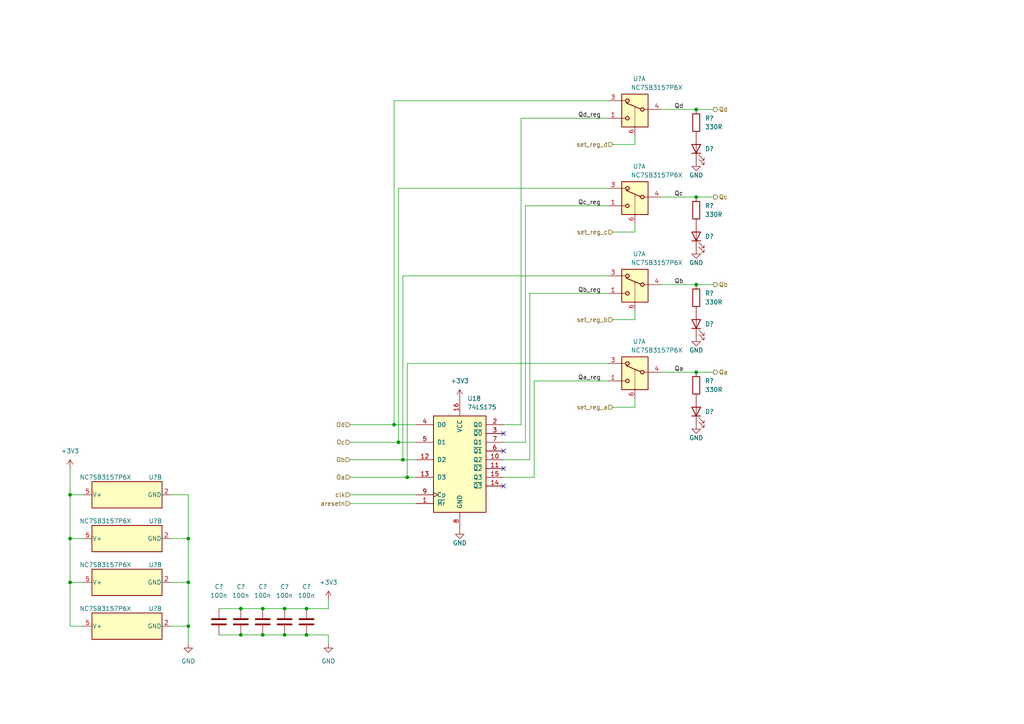
<source format=kicad_sch>
(kicad_sch (version 20230121) (generator eeschema)

  (uuid d033b04d-cf5f-4dd7-be43-31e0458e3087)

  (paper "A4")

  (lib_symbols
    (symbol "74xx:74LS175" (pin_names (offset 1.016)) (in_bom yes) (on_board yes)
      (property "Reference" "U" (at -7.62 13.97 0)
        (effects (font (size 1.27 1.27)))
      )
      (property "Value" "74LS175" (at -7.62 -16.51 0)
        (effects (font (size 1.27 1.27)))
      )
      (property "Footprint" "" (at 0 0 0)
        (effects (font (size 1.27 1.27)) hide)
      )
      (property "Datasheet" "http://www.ti.com/lit/gpn/sn74LS175" (at 0 0 0)
        (effects (font (size 1.27 1.27)) hide)
      )
      (property "ki_locked" "" (at 0 0 0)
        (effects (font (size 1.27 1.27)))
      )
      (property "ki_keywords" "TTL REG REG4 DFF" (at 0 0 0)
        (effects (font (size 1.27 1.27)) hide)
      )
      (property "ki_description" "4-bit D Flip-Flop, reset" (at 0 0 0)
        (effects (font (size 1.27 1.27)) hide)
      )
      (property "ki_fp_filters" "DIP?16*" (at 0 0 0)
        (effects (font (size 1.27 1.27)) hide)
      )
      (symbol "74LS175_1_0"
        (pin input line (at -12.7 -12.7 0) (length 5.08)
          (name "~{Mr}" (effects (font (size 1.27 1.27))))
          (number "1" (effects (font (size 1.27 1.27))))
        )
        (pin output line (at 12.7 0 180) (length 5.08)
          (name "Q2" (effects (font (size 1.27 1.27))))
          (number "10" (effects (font (size 1.27 1.27))))
        )
        (pin output line (at 12.7 -2.54 180) (length 5.08)
          (name "~{Q2}" (effects (font (size 1.27 1.27))))
          (number "11" (effects (font (size 1.27 1.27))))
        )
        (pin input line (at -12.7 0 0) (length 5.08)
          (name "D2" (effects (font (size 1.27 1.27))))
          (number "12" (effects (font (size 1.27 1.27))))
        )
        (pin input line (at -12.7 -5.08 0) (length 5.08)
          (name "D3" (effects (font (size 1.27 1.27))))
          (number "13" (effects (font (size 1.27 1.27))))
        )
        (pin output line (at 12.7 -7.62 180) (length 5.08)
          (name "~{Q3}" (effects (font (size 1.27 1.27))))
          (number "14" (effects (font (size 1.27 1.27))))
        )
        (pin output line (at 12.7 -5.08 180) (length 5.08)
          (name "Q3" (effects (font (size 1.27 1.27))))
          (number "15" (effects (font (size 1.27 1.27))))
        )
        (pin power_in line (at 0 17.78 270) (length 5.08)
          (name "VCC" (effects (font (size 1.27 1.27))))
          (number "16" (effects (font (size 1.27 1.27))))
        )
        (pin output line (at 12.7 10.16 180) (length 5.08)
          (name "Q0" (effects (font (size 1.27 1.27))))
          (number "2" (effects (font (size 1.27 1.27))))
        )
        (pin output line (at 12.7 7.62 180) (length 5.08)
          (name "~{Q0}" (effects (font (size 1.27 1.27))))
          (number "3" (effects (font (size 1.27 1.27))))
        )
        (pin input line (at -12.7 10.16 0) (length 5.08)
          (name "D0" (effects (font (size 1.27 1.27))))
          (number "4" (effects (font (size 1.27 1.27))))
        )
        (pin input line (at -12.7 5.08 0) (length 5.08)
          (name "D1" (effects (font (size 1.27 1.27))))
          (number "5" (effects (font (size 1.27 1.27))))
        )
        (pin output line (at 12.7 2.54 180) (length 5.08)
          (name "~{Q1}" (effects (font (size 1.27 1.27))))
          (number "6" (effects (font (size 1.27 1.27))))
        )
        (pin output line (at 12.7 5.08 180) (length 5.08)
          (name "Q1" (effects (font (size 1.27 1.27))))
          (number "7" (effects (font (size 1.27 1.27))))
        )
        (pin power_in line (at 0 -20.32 90) (length 5.08)
          (name "GND" (effects (font (size 1.27 1.27))))
          (number "8" (effects (font (size 1.27 1.27))))
        )
        (pin input clock (at -12.7 -10.16 0) (length 5.08)
          (name "Cp" (effects (font (size 1.27 1.27))))
          (number "9" (effects (font (size 1.27 1.27))))
        )
      )
      (symbol "74LS175_1_1"
        (rectangle (start -7.62 12.7) (end 7.62 -15.24)
          (stroke (width 0.254) (type default))
          (fill (type background))
        )
      )
    )
    (symbol "Analog_Switch:NC7SB3157P6X" (pin_names (offset 0.127)) (in_bom yes) (on_board yes)
      (property "Reference" "U" (at -3.175 4.699 0)
        (effects (font (size 1.27 1.27)) (justify left))
      )
      (property "Value" "NC7SB3157P6X" (at -3.175 2.921 0)
        (effects (font (size 1.27 1.27)) (justify left))
      )
      (property "Footprint" "Package_TO_SOT_SMD:SOT-363_SC-70-6" (at 0 -7.62 0)
        (effects (font (size 1.27 1.27)) hide)
      )
      (property "Datasheet" "https://www.onsemi.com/pub/Collateral/NC7SB3157-D.PDF" (at 0 0 0)
        (effects (font (size 1.27 1.27)) hide)
      )
      (property "ki_keywords" "CMOS Analog Switch" (at 0 0 0)
        (effects (font (size 1.27 1.27)) hide)
      )
      (property "ki_description" "Single SPDT Low-Voltage Analog Switch or 2:1 Multiplexer/De-Multiplexer Bus Switch, 10Ohm Ron, SC-70-6" (at 0 0 0)
        (effects (font (size 1.27 1.27)) hide)
      )
      (property "ki_fp_filters" "*SC?70*" (at 0 0 0)
        (effects (font (size 1.27 1.27)) hide)
      )
      (symbol "NC7SB3157P6X_1_1"
        (rectangle (start -3.81 1.905) (end 3.81 -7.62)
          (stroke (width 0.254) (type default))
          (fill (type background))
        )
        (circle (center -2.159 -2.54) (radius 0.508)
          (stroke (width 0.254) (type default))
          (fill (type none))
        )
        (polyline
          (pts
            (xy -5.08 -2.54)
            (xy -2.794 -2.54)
          )
          (stroke (width 0) (type default))
          (fill (type none))
        )
        (polyline
          (pts
            (xy -1.651 -2.413)
            (xy 2.54 -0.635)
          )
          (stroke (width 0.254) (type default))
          (fill (type none))
        )
        (polyline
          (pts
            (xy 0 -7.62)
            (xy 0 -7.112)
          )
          (stroke (width 0) (type default))
          (fill (type none))
        )
        (polyline
          (pts
            (xy 0 -6.858)
            (xy 0 -6.604)
          )
          (stroke (width 0) (type default))
          (fill (type none))
        )
        (polyline
          (pts
            (xy 0 -6.35)
            (xy 0 -6.096)
          )
          (stroke (width 0) (type default))
          (fill (type none))
        )
        (polyline
          (pts
            (xy 0 -5.842)
            (xy 0 -5.588)
          )
          (stroke (width 0) (type default))
          (fill (type none))
        )
        (polyline
          (pts
            (xy 0 -5.334)
            (xy 0 -5.08)
          )
          (stroke (width 0) (type default))
          (fill (type none))
        )
        (polyline
          (pts
            (xy 0 -4.826)
            (xy 0 -4.572)
          )
          (stroke (width 0) (type default))
          (fill (type none))
        )
        (polyline
          (pts
            (xy 0 -4.318)
            (xy 0 -4.064)
          )
          (stroke (width 0) (type default))
          (fill (type none))
        )
        (polyline
          (pts
            (xy 0 -3.81)
            (xy 0 -3.556)
          )
          (stroke (width 0) (type default))
          (fill (type none))
        )
        (polyline
          (pts
            (xy 0 -3.302)
            (xy 0 -3.048)
          )
          (stroke (width 0) (type default))
          (fill (type none))
        )
        (polyline
          (pts
            (xy 0 -2.794)
            (xy 0 -2.54)
          )
          (stroke (width 0) (type default))
          (fill (type none))
        )
        (polyline
          (pts
            (xy 0 -2.286)
            (xy 0 -2.032)
          )
          (stroke (width 0) (type default))
          (fill (type none))
        )
        (polyline
          (pts
            (xy 0 -2.286)
            (xy 0 -2.032)
          )
          (stroke (width 0) (type default))
          (fill (type none))
        )
        (polyline
          (pts
            (xy 5.08 -5.08)
            (xy 2.794 -5.08)
          )
          (stroke (width 0) (type default))
          (fill (type none))
        )
        (polyline
          (pts
            (xy 5.08 0)
            (xy 2.794 0)
          )
          (stroke (width 0) (type default))
          (fill (type none))
        )
        (circle (center 2.159 -5.08) (radius 0.508)
          (stroke (width 0.254) (type default))
          (fill (type none))
        )
        (circle (center 2.159 0) (radius 0.508)
          (stroke (width 0.254) (type default))
          (fill (type none))
        )
        (pin passive line (at 7.62 -5.08 180) (length 2.54)
          (name "~" (effects (font (size 1.27 1.27))))
          (number "1" (effects (font (size 1.27 1.27))))
        )
        (pin passive line (at 7.62 0 180) (length 2.54)
          (name "~" (effects (font (size 1.27 1.27))))
          (number "3" (effects (font (size 1.27 1.27))))
        )
        (pin passive line (at -7.62 -2.54 0) (length 2.54)
          (name "~" (effects (font (size 1.27 1.27))))
          (number "4" (effects (font (size 1.27 1.27))))
        )
        (pin input line (at 0 -10.16 90) (length 2.54)
          (name "~" (effects (font (size 1.27 1.27))))
          (number "6" (effects (font (size 1.27 1.27))))
        )
      )
      (symbol "NC7SB3157P6X_2_0"
        (pin power_in line (at 0 -12.7 90) (length 2.54)
          (name "GND" (effects (font (size 1.27 1.27))))
          (number "2" (effects (font (size 1.27 1.27))))
        )
        (pin power_in line (at 0 12.7 270) (length 2.54)
          (name "V+" (effects (font (size 1.27 1.27))))
          (number "5" (effects (font (size 1.27 1.27))))
        )
      )
      (symbol "NC7SB3157P6X_2_1"
        (rectangle (start -3.81 10.16) (end 3.81 -10.16)
          (stroke (width 0.254) (type default))
          (fill (type background))
        )
      )
    )
    (symbol "Device:C" (pin_numbers hide) (pin_names (offset 0.254)) (in_bom yes) (on_board yes)
      (property "Reference" "C" (at 0.635 2.54 0)
        (effects (font (size 1.27 1.27)) (justify left))
      )
      (property "Value" "C" (at 0.635 -2.54 0)
        (effects (font (size 1.27 1.27)) (justify left))
      )
      (property "Footprint" "" (at 0.9652 -3.81 0)
        (effects (font (size 1.27 1.27)) hide)
      )
      (property "Datasheet" "~" (at 0 0 0)
        (effects (font (size 1.27 1.27)) hide)
      )
      (property "ki_keywords" "cap capacitor" (at 0 0 0)
        (effects (font (size 1.27 1.27)) hide)
      )
      (property "ki_description" "Unpolarized capacitor" (at 0 0 0)
        (effects (font (size 1.27 1.27)) hide)
      )
      (property "ki_fp_filters" "C_*" (at 0 0 0)
        (effects (font (size 1.27 1.27)) hide)
      )
      (symbol "C_0_1"
        (polyline
          (pts
            (xy -2.032 -0.762)
            (xy 2.032 -0.762)
          )
          (stroke (width 0.508) (type default))
          (fill (type none))
        )
        (polyline
          (pts
            (xy -2.032 0.762)
            (xy 2.032 0.762)
          )
          (stroke (width 0.508) (type default))
          (fill (type none))
        )
      )
      (symbol "C_1_1"
        (pin passive line (at 0 3.81 270) (length 2.794)
          (name "~" (effects (font (size 1.27 1.27))))
          (number "1" (effects (font (size 1.27 1.27))))
        )
        (pin passive line (at 0 -3.81 90) (length 2.794)
          (name "~" (effects (font (size 1.27 1.27))))
          (number "2" (effects (font (size 1.27 1.27))))
        )
      )
    )
    (symbol "Device:LED" (pin_numbers hide) (pin_names (offset 1.016) hide) (in_bom yes) (on_board yes)
      (property "Reference" "D" (at 0 2.54 0)
        (effects (font (size 1.27 1.27)))
      )
      (property "Value" "LED" (at 0 -2.54 0)
        (effects (font (size 1.27 1.27)))
      )
      (property "Footprint" "" (at 0 0 0)
        (effects (font (size 1.27 1.27)) hide)
      )
      (property "Datasheet" "~" (at 0 0 0)
        (effects (font (size 1.27 1.27)) hide)
      )
      (property "ki_keywords" "LED diode" (at 0 0 0)
        (effects (font (size 1.27 1.27)) hide)
      )
      (property "ki_description" "Light emitting diode" (at 0 0 0)
        (effects (font (size 1.27 1.27)) hide)
      )
      (property "ki_fp_filters" "LED* LED_SMD:* LED_THT:*" (at 0 0 0)
        (effects (font (size 1.27 1.27)) hide)
      )
      (symbol "LED_0_1"
        (polyline
          (pts
            (xy -1.27 -1.27)
            (xy -1.27 1.27)
          )
          (stroke (width 0.254) (type default))
          (fill (type none))
        )
        (polyline
          (pts
            (xy -1.27 0)
            (xy 1.27 0)
          )
          (stroke (width 0) (type default))
          (fill (type none))
        )
        (polyline
          (pts
            (xy 1.27 -1.27)
            (xy 1.27 1.27)
            (xy -1.27 0)
            (xy 1.27 -1.27)
          )
          (stroke (width 0.254) (type default))
          (fill (type none))
        )
        (polyline
          (pts
            (xy -3.048 -0.762)
            (xy -4.572 -2.286)
            (xy -3.81 -2.286)
            (xy -4.572 -2.286)
            (xy -4.572 -1.524)
          )
          (stroke (width 0) (type default))
          (fill (type none))
        )
        (polyline
          (pts
            (xy -1.778 -0.762)
            (xy -3.302 -2.286)
            (xy -2.54 -2.286)
            (xy -3.302 -2.286)
            (xy -3.302 -1.524)
          )
          (stroke (width 0) (type default))
          (fill (type none))
        )
      )
      (symbol "LED_1_1"
        (pin passive line (at -3.81 0 0) (length 2.54)
          (name "K" (effects (font (size 1.27 1.27))))
          (number "1" (effects (font (size 1.27 1.27))))
        )
        (pin passive line (at 3.81 0 180) (length 2.54)
          (name "A" (effects (font (size 1.27 1.27))))
          (number "2" (effects (font (size 1.27 1.27))))
        )
      )
    )
    (symbol "Device:R" (pin_numbers hide) (pin_names (offset 0)) (in_bom yes) (on_board yes)
      (property "Reference" "R" (at 2.032 0 90)
        (effects (font (size 1.27 1.27)))
      )
      (property "Value" "R" (at 0 0 90)
        (effects (font (size 1.27 1.27)))
      )
      (property "Footprint" "" (at -1.778 0 90)
        (effects (font (size 1.27 1.27)) hide)
      )
      (property "Datasheet" "~" (at 0 0 0)
        (effects (font (size 1.27 1.27)) hide)
      )
      (property "ki_keywords" "R res resistor" (at 0 0 0)
        (effects (font (size 1.27 1.27)) hide)
      )
      (property "ki_description" "Resistor" (at 0 0 0)
        (effects (font (size 1.27 1.27)) hide)
      )
      (property "ki_fp_filters" "R_*" (at 0 0 0)
        (effects (font (size 1.27 1.27)) hide)
      )
      (symbol "R_0_1"
        (rectangle (start -1.016 -2.54) (end 1.016 2.54)
          (stroke (width 0.254) (type default))
          (fill (type none))
        )
      )
      (symbol "R_1_1"
        (pin passive line (at 0 3.81 270) (length 1.27)
          (name "~" (effects (font (size 1.27 1.27))))
          (number "1" (effects (font (size 1.27 1.27))))
        )
        (pin passive line (at 0 -3.81 90) (length 1.27)
          (name "~" (effects (font (size 1.27 1.27))))
          (number "2" (effects (font (size 1.27 1.27))))
        )
      )
    )
    (symbol "power:+3V3" (power) (pin_names (offset 0)) (in_bom yes) (on_board yes)
      (property "Reference" "#PWR" (at 0 -3.81 0)
        (effects (font (size 1.27 1.27)) hide)
      )
      (property "Value" "+3V3" (at 0 3.556 0)
        (effects (font (size 1.27 1.27)))
      )
      (property "Footprint" "" (at 0 0 0)
        (effects (font (size 1.27 1.27)) hide)
      )
      (property "Datasheet" "" (at 0 0 0)
        (effects (font (size 1.27 1.27)) hide)
      )
      (property "ki_keywords" "global power" (at 0 0 0)
        (effects (font (size 1.27 1.27)) hide)
      )
      (property "ki_description" "Power symbol creates a global label with name \"+3V3\"" (at 0 0 0)
        (effects (font (size 1.27 1.27)) hide)
      )
      (symbol "+3V3_0_1"
        (polyline
          (pts
            (xy -0.762 1.27)
            (xy 0 2.54)
          )
          (stroke (width 0) (type default))
          (fill (type none))
        )
        (polyline
          (pts
            (xy 0 0)
            (xy 0 2.54)
          )
          (stroke (width 0) (type default))
          (fill (type none))
        )
        (polyline
          (pts
            (xy 0 2.54)
            (xy 0.762 1.27)
          )
          (stroke (width 0) (type default))
          (fill (type none))
        )
      )
      (symbol "+3V3_1_1"
        (pin power_in line (at 0 0 90) (length 0) hide
          (name "+3V3" (effects (font (size 1.27 1.27))))
          (number "1" (effects (font (size 1.27 1.27))))
        )
      )
    )
    (symbol "power:GND" (power) (pin_names (offset 0)) (in_bom yes) (on_board yes)
      (property "Reference" "#PWR" (at 0 -6.35 0)
        (effects (font (size 1.27 1.27)) hide)
      )
      (property "Value" "GND" (at 0 -3.81 0)
        (effects (font (size 1.27 1.27)))
      )
      (property "Footprint" "" (at 0 0 0)
        (effects (font (size 1.27 1.27)) hide)
      )
      (property "Datasheet" "" (at 0 0 0)
        (effects (font (size 1.27 1.27)) hide)
      )
      (property "ki_keywords" "global power" (at 0 0 0)
        (effects (font (size 1.27 1.27)) hide)
      )
      (property "ki_description" "Power symbol creates a global label with name \"GND\" , ground" (at 0 0 0)
        (effects (font (size 1.27 1.27)) hide)
      )
      (symbol "GND_0_1"
        (polyline
          (pts
            (xy 0 0)
            (xy 0 -1.27)
            (xy 1.27 -1.27)
            (xy 0 -2.54)
            (xy -1.27 -1.27)
            (xy 0 -1.27)
          )
          (stroke (width 0) (type default))
          (fill (type none))
        )
      )
      (symbol "GND_1_1"
        (pin power_in line (at 0 0 270) (length 0) hide
          (name "GND" (effects (font (size 1.27 1.27))))
          (number "1" (effects (font (size 1.27 1.27))))
        )
      )
    )
  )

  (junction (at 54.61 168.91) (diameter 0) (color 0 0 0 0)
    (uuid 024c1ce4-4520-41fd-af7b-1c42b83db0ce)
  )
  (junction (at 201.93 82.55) (diameter 0) (color 0 0 0 0)
    (uuid 160201ec-78c1-428a-b02d-c03f513a18b7)
  )
  (junction (at 116.84 133.35) (diameter 0) (color 0 0 0 0)
    (uuid 249a52eb-0a6e-4c6d-bacd-a27a32d2e926)
  )
  (junction (at 20.32 143.51) (diameter 0) (color 0 0 0 0)
    (uuid 2ad0bb89-cb91-466d-af4a-ce40378884de)
  )
  (junction (at 201.93 107.95) (diameter 0) (color 0 0 0 0)
    (uuid 30955293-788b-4b9f-8eba-638a07aa3949)
  )
  (junction (at 76.2 184.15) (diameter 0) (color 0 0 0 0)
    (uuid 30db55cc-9581-422d-bc8b-417270940366)
  )
  (junction (at 201.93 31.75) (diameter 0) (color 0 0 0 0)
    (uuid 3738462b-8baa-4eb6-812e-6b81c65c962b)
  )
  (junction (at 115.57 128.27) (diameter 0) (color 0 0 0 0)
    (uuid 4da2f886-68ef-4af2-9cdd-4e8b8bde40d1)
  )
  (junction (at 20.32 168.91) (diameter 0) (color 0 0 0 0)
    (uuid 4e24d897-1096-4b0d-90cc-e4d4042a538b)
  )
  (junction (at 82.55 184.15) (diameter 0) (color 0 0 0 0)
    (uuid 6181a813-e7a1-4dcc-bb48-4bcb36252566)
  )
  (junction (at 54.61 156.21) (diameter 0) (color 0 0 0 0)
    (uuid 7355fab1-c10e-4eb9-99e8-509290b291d1)
  )
  (junction (at 201.93 57.15) (diameter 0) (color 0 0 0 0)
    (uuid 775b201a-df74-44a2-9dff-bd949b7d6a00)
  )
  (junction (at 69.85 176.53) (diameter 0) (color 0 0 0 0)
    (uuid 80272a23-e6c6-4daa-9c0f-87f16f0fd5a6)
  )
  (junction (at 88.9 176.53) (diameter 0) (color 0 0 0 0)
    (uuid 8738815e-9911-40cc-912f-eae6585ea9a9)
  )
  (junction (at 20.32 156.21) (diameter 0) (color 0 0 0 0)
    (uuid a6eab1fb-8f49-42af-a15e-d8c7dd440a5d)
  )
  (junction (at 114.3 123.19) (diameter 0) (color 0 0 0 0)
    (uuid a8d6b394-45dd-4128-8dc9-10107cd4c782)
  )
  (junction (at 76.2 176.53) (diameter 0) (color 0 0 0 0)
    (uuid cda2a5e2-bf69-40e0-8b27-5f91583582b7)
  )
  (junction (at 118.11 138.43) (diameter 0) (color 0 0 0 0)
    (uuid d15fd33d-1603-47e8-b96d-6782ee7d0e41)
  )
  (junction (at 69.85 184.15) (diameter 0) (color 0 0 0 0)
    (uuid e747c78f-19a6-48dd-baea-f7bf9f3ffd6b)
  )
  (junction (at 82.55 176.53) (diameter 0) (color 0 0 0 0)
    (uuid f43b90d0-3837-4b96-85e7-811f1e6a7b24)
  )
  (junction (at 54.61 181.61) (diameter 0) (color 0 0 0 0)
    (uuid f586282c-da56-469f-a77b-2daf0ce50da5)
  )
  (junction (at 88.9 184.15) (diameter 0) (color 0 0 0 0)
    (uuid f7dd1179-89fc-44ea-8220-a7dfbbc498ed)
  )

  (no_connect (at 146.05 135.89) (uuid 8a13dbe5-bf9d-45c5-bf10-c5857b6ff635))
  (no_connect (at 146.05 140.97) (uuid ab8d3c44-f398-48ac-ae84-9782e58e778f))
  (no_connect (at 146.05 125.73) (uuid ae624bb0-c1c2-4744-814a-7166dcd0ba53))
  (no_connect (at 146.05 130.81) (uuid d131222f-dd24-413b-a125-b9326bb337fc))

  (wire (pts (xy 146.05 128.27) (xy 152.4 128.27))
    (stroke (width 0) (type default))
    (uuid 00ecee92-aa57-46ac-a0b4-b684afcba2f9)
  )
  (wire (pts (xy 184.15 118.11) (xy 184.15 115.57))
    (stroke (width 0) (type default))
    (uuid 01ef24fd-ee0e-4c7a-8f63-fea0dccd34b0)
  )
  (wire (pts (xy 82.55 184.15) (xy 88.9 184.15))
    (stroke (width 0) (type default))
    (uuid 0249cb81-d53a-41cd-b453-e725658bb5ff)
  )
  (wire (pts (xy 69.85 176.53) (xy 76.2 176.53))
    (stroke (width 0) (type default))
    (uuid 02a2fc70-cbc1-4134-8f83-2725b0210b70)
  )
  (wire (pts (xy 54.61 168.91) (xy 54.61 181.61))
    (stroke (width 0) (type default))
    (uuid 036c4842-f880-46a7-a875-29c3ddfdab04)
  )
  (wire (pts (xy 20.32 156.21) (xy 20.32 168.91))
    (stroke (width 0) (type default))
    (uuid 09385343-f600-4814-a9c8-0976bb4ade4a)
  )
  (wire (pts (xy 116.84 80.01) (xy 116.84 133.35))
    (stroke (width 0) (type default))
    (uuid 0c21f791-fee0-40a6-ab5b-720633ef2ffd)
  )
  (wire (pts (xy 101.6 123.19) (xy 114.3 123.19))
    (stroke (width 0) (type default))
    (uuid 0dafc65f-9c2e-4ac4-8584-d5ae68b80a7f)
  )
  (wire (pts (xy 154.94 110.49) (xy 154.94 138.43))
    (stroke (width 0) (type default))
    (uuid 1cc3150c-cd2d-4f82-b2ba-614724894428)
  )
  (wire (pts (xy 95.25 173.99) (xy 95.25 176.53))
    (stroke (width 0) (type default))
    (uuid 232c8eb4-08ce-4b09-a47b-5bceef52e768)
  )
  (wire (pts (xy 120.65 123.19) (xy 114.3 123.19))
    (stroke (width 0) (type default))
    (uuid 272d0007-4ace-4730-9c77-cdd8b234d7d0)
  )
  (wire (pts (xy 146.05 133.35) (xy 153.67 133.35))
    (stroke (width 0) (type default))
    (uuid 280ed6dc-461d-4ab2-af44-5750c8143e72)
  )
  (wire (pts (xy 20.32 168.91) (xy 24.13 168.91))
    (stroke (width 0) (type default))
    (uuid 28134383-0130-4f14-862c-5840eaffdff8)
  )
  (wire (pts (xy 82.55 176.53) (xy 88.9 176.53))
    (stroke (width 0) (type default))
    (uuid 2effa148-b490-40a0-9960-016056dc3daa)
  )
  (wire (pts (xy 54.61 143.51) (xy 54.61 156.21))
    (stroke (width 0) (type default))
    (uuid 30753528-48bb-44ac-95dd-a7f2776208cd)
  )
  (wire (pts (xy 114.3 29.21) (xy 176.53 29.21))
    (stroke (width 0) (type default))
    (uuid 35aa70b8-1690-45fc-b360-f7ef6782140b)
  )
  (wire (pts (xy 20.32 135.89) (xy 20.32 143.51))
    (stroke (width 0) (type default))
    (uuid 36a6b511-e15f-4c88-ada0-9c86923aee56)
  )
  (wire (pts (xy 54.61 156.21) (xy 54.61 168.91))
    (stroke (width 0) (type default))
    (uuid 3a1b4ac0-6014-4631-b6cd-238d51040d47)
  )
  (wire (pts (xy 101.6 128.27) (xy 115.57 128.27))
    (stroke (width 0) (type default))
    (uuid 409b8ea4-768b-4352-ba39-9efaeb0a22b6)
  )
  (wire (pts (xy 118.11 105.41) (xy 118.11 138.43))
    (stroke (width 0) (type default))
    (uuid 435e1908-0315-4d95-ae16-693299fc5aba)
  )
  (wire (pts (xy 191.77 57.15) (xy 201.93 57.15))
    (stroke (width 0) (type default))
    (uuid 4dee6209-062f-44f2-827e-b8d737510af5)
  )
  (wire (pts (xy 20.32 181.61) (xy 20.32 168.91))
    (stroke (width 0) (type default))
    (uuid 507674df-a037-4601-9ea9-1343e85c047a)
  )
  (wire (pts (xy 153.67 85.09) (xy 176.53 85.09))
    (stroke (width 0) (type default))
    (uuid 5688ee51-1a45-49a7-8f70-c4c1a747380c)
  )
  (wire (pts (xy 49.53 156.21) (xy 54.61 156.21))
    (stroke (width 0) (type default))
    (uuid 57348f29-3056-4778-851d-dc9387e4e4b3)
  )
  (wire (pts (xy 177.8 41.91) (xy 184.15 41.91))
    (stroke (width 0) (type default))
    (uuid 5bcba839-9a93-4550-896c-15af8adbdfa4)
  )
  (wire (pts (xy 151.13 34.29) (xy 151.13 123.19))
    (stroke (width 0) (type default))
    (uuid 5e5e0b16-73f9-4971-83b0-efbb51404021)
  )
  (wire (pts (xy 24.13 143.51) (xy 20.32 143.51))
    (stroke (width 0) (type default))
    (uuid 6f6a9d89-f38c-466f-8b34-93ccb5290e02)
  )
  (wire (pts (xy 152.4 59.69) (xy 176.53 59.69))
    (stroke (width 0) (type default))
    (uuid 71fd0984-7bab-4d09-ae80-d8db344c0104)
  )
  (wire (pts (xy 184.15 67.31) (xy 184.15 64.77))
    (stroke (width 0) (type default))
    (uuid 78fcb45e-4487-4701-a079-b8ea0cc00a8a)
  )
  (wire (pts (xy 153.67 85.09) (xy 153.67 133.35))
    (stroke (width 0) (type default))
    (uuid 7b281477-e448-449a-9d31-8dfc3b7c45fb)
  )
  (wire (pts (xy 146.05 123.19) (xy 151.13 123.19))
    (stroke (width 0) (type default))
    (uuid 7cc7a8f6-76bf-4a34-8d1b-df27a965fc96)
  )
  (wire (pts (xy 49.53 143.51) (xy 54.61 143.51))
    (stroke (width 0) (type default))
    (uuid 819c85d6-5b77-4c15-8e6a-04df2a2068c5)
  )
  (wire (pts (xy 101.6 133.35) (xy 116.84 133.35))
    (stroke (width 0) (type default))
    (uuid 8a3ad6bf-2612-460b-8e37-4e5a5924c3c7)
  )
  (wire (pts (xy 146.05 138.43) (xy 154.94 138.43))
    (stroke (width 0) (type default))
    (uuid 8a9bb50e-f8d3-4885-8919-eacb2493c20d)
  )
  (wire (pts (xy 49.53 168.91) (xy 54.61 168.91))
    (stroke (width 0) (type default))
    (uuid 8ad1680d-1ef3-4112-9da4-65ac81627e6f)
  )
  (wire (pts (xy 20.32 143.51) (xy 20.32 156.21))
    (stroke (width 0) (type default))
    (uuid 8bbf8ec8-06e0-4cf2-845e-7429e1934271)
  )
  (wire (pts (xy 201.93 107.95) (xy 207.01 107.95))
    (stroke (width 0) (type default))
    (uuid 8c693ed4-c41c-439b-a38a-ce311914b3d0)
  )
  (wire (pts (xy 120.65 133.35) (xy 116.84 133.35))
    (stroke (width 0) (type default))
    (uuid 8f2986f9-b2ff-4dac-892d-39270e2c5057)
  )
  (wire (pts (xy 116.84 80.01) (xy 176.53 80.01))
    (stroke (width 0) (type default))
    (uuid 8f4e2b97-0a9c-4f0d-9856-0c043afdefa3)
  )
  (wire (pts (xy 191.77 107.95) (xy 201.93 107.95))
    (stroke (width 0) (type default))
    (uuid 9152e4d7-32a4-4187-9d10-a09e90d8d345)
  )
  (wire (pts (xy 115.57 54.61) (xy 115.57 128.27))
    (stroke (width 0) (type default))
    (uuid 99d6df56-38ae-4625-9016-b5bff94a65cc)
  )
  (wire (pts (xy 191.77 82.55) (xy 201.93 82.55))
    (stroke (width 0) (type default))
    (uuid 9b19f43e-3544-4619-aaa6-53c8729e194a)
  )
  (wire (pts (xy 63.5 176.53) (xy 69.85 176.53))
    (stroke (width 0) (type default))
    (uuid 9c233509-3d11-42e0-8d49-4aaff9ff182a)
  )
  (wire (pts (xy 120.65 138.43) (xy 118.11 138.43))
    (stroke (width 0) (type default))
    (uuid 9e9baea3-7b3a-426a-9877-c13fac370b92)
  )
  (wire (pts (xy 24.13 181.61) (xy 20.32 181.61))
    (stroke (width 0) (type default))
    (uuid a126e6bc-43e2-4f4b-9c56-6f075a53aea0)
  )
  (wire (pts (xy 101.6 146.05) (xy 120.65 146.05))
    (stroke (width 0) (type default))
    (uuid a285114d-1ba4-40d2-b5d1-9db880b9950e)
  )
  (wire (pts (xy 115.57 54.61) (xy 176.53 54.61))
    (stroke (width 0) (type default))
    (uuid a65f2f65-fcb7-4aac-b79a-5de38cbf5aaa)
  )
  (wire (pts (xy 201.93 57.15) (xy 207.01 57.15))
    (stroke (width 0) (type default))
    (uuid a9e0bcbd-7f07-40db-8cda-4c5857e51d41)
  )
  (wire (pts (xy 88.9 176.53) (xy 95.25 176.53))
    (stroke (width 0) (type default))
    (uuid abd03c2f-416b-432a-8299-c7a3631c11db)
  )
  (wire (pts (xy 63.5 184.15) (xy 69.85 184.15))
    (stroke (width 0) (type default))
    (uuid adf90405-47fa-4465-b3d4-326821c6acbc)
  )
  (wire (pts (xy 76.2 176.53) (xy 82.55 176.53))
    (stroke (width 0) (type default))
    (uuid af955f15-9daa-4060-8538-5b30c923894a)
  )
  (wire (pts (xy 101.6 138.43) (xy 118.11 138.43))
    (stroke (width 0) (type default))
    (uuid b5443e35-f698-4cf5-814d-9daab62423d2)
  )
  (wire (pts (xy 177.8 92.71) (xy 184.15 92.71))
    (stroke (width 0) (type default))
    (uuid b5814d7c-2ec9-4bcf-95c6-b88f04016eb7)
  )
  (wire (pts (xy 201.93 31.75) (xy 207.01 31.75))
    (stroke (width 0) (type default))
    (uuid bca294ec-3635-4866-a6ef-cff0165ef9ce)
  )
  (wire (pts (xy 118.11 105.41) (xy 176.53 105.41))
    (stroke (width 0) (type default))
    (uuid c1f45c86-88c7-4f3e-9c58-186d55955b24)
  )
  (wire (pts (xy 184.15 92.71) (xy 184.15 90.17))
    (stroke (width 0) (type default))
    (uuid c862a214-c070-41b7-b4ef-fce5f398eaec)
  )
  (wire (pts (xy 49.53 181.61) (xy 54.61 181.61))
    (stroke (width 0) (type default))
    (uuid cc460401-2357-4482-9352-a487f516df64)
  )
  (wire (pts (xy 191.77 31.75) (xy 201.93 31.75))
    (stroke (width 0) (type default))
    (uuid d2241a39-bcfe-4057-857b-42e1804129d7)
  )
  (wire (pts (xy 201.93 82.55) (xy 207.01 82.55))
    (stroke (width 0) (type default))
    (uuid d78dbf7a-39e0-4a95-b2af-6c8cf9b9527f)
  )
  (wire (pts (xy 151.13 34.29) (xy 176.53 34.29))
    (stroke (width 0) (type default))
    (uuid d7dd0cab-c85e-4d6a-9a22-4b4340cc346e)
  )
  (wire (pts (xy 177.8 67.31) (xy 184.15 67.31))
    (stroke (width 0) (type default))
    (uuid da965ba1-e598-4bb8-89f1-4c91343550cf)
  )
  (wire (pts (xy 101.6 143.51) (xy 120.65 143.51))
    (stroke (width 0) (type default))
    (uuid dc540548-bf6c-4ea2-9484-02aae3350015)
  )
  (wire (pts (xy 152.4 59.69) (xy 152.4 128.27))
    (stroke (width 0) (type default))
    (uuid dce03d12-7ceb-4ebb-bc56-791de03a6ad4)
  )
  (wire (pts (xy 20.32 156.21) (xy 24.13 156.21))
    (stroke (width 0) (type default))
    (uuid de5a5290-f092-46be-958f-863933469d9b)
  )
  (wire (pts (xy 120.65 128.27) (xy 115.57 128.27))
    (stroke (width 0) (type default))
    (uuid df4a10b9-8b5b-4b7f-b18a-075c89a9b90a)
  )
  (wire (pts (xy 88.9 184.15) (xy 95.25 184.15))
    (stroke (width 0) (type default))
    (uuid df998e8a-d5b2-4689-bf98-28038ca911eb)
  )
  (wire (pts (xy 54.61 181.61) (xy 54.61 186.69))
    (stroke (width 0) (type default))
    (uuid e002781b-f234-44c7-a731-a881019c560a)
  )
  (wire (pts (xy 95.25 184.15) (xy 95.25 186.69))
    (stroke (width 0) (type default))
    (uuid e4e55dd8-78cf-4ccc-9b34-d7739ef871ab)
  )
  (wire (pts (xy 184.15 41.91) (xy 184.15 39.37))
    (stroke (width 0) (type default))
    (uuid e550e4b3-46c4-45c3-b99e-1c39077c041c)
  )
  (wire (pts (xy 76.2 184.15) (xy 82.55 184.15))
    (stroke (width 0) (type default))
    (uuid ebed2e04-b43b-449d-ae96-c7909c372a58)
  )
  (wire (pts (xy 69.85 184.15) (xy 76.2 184.15))
    (stroke (width 0) (type default))
    (uuid f08951c3-3601-40e9-befe-8d5650d9df03)
  )
  (wire (pts (xy 177.8 118.11) (xy 184.15 118.11))
    (stroke (width 0) (type default))
    (uuid f40b3302-b992-441d-979d-5d12245ba459)
  )
  (wire (pts (xy 114.3 29.21) (xy 114.3 123.19))
    (stroke (width 0) (type default))
    (uuid f6454d9c-e389-4d38-93f5-51f309334c0e)
  )
  (wire (pts (xy 154.94 110.49) (xy 176.53 110.49))
    (stroke (width 0) (type default))
    (uuid f8658a78-9b52-4380-b9fe-03b1ef82a2d7)
  )

  (label "Qd" (at 195.58 31.75 0) (fields_autoplaced)
    (effects (font (size 1.27 1.27)) (justify left bottom))
    (uuid 1e0cc2f7-b363-407f-a720-43c0986af6f6)
  )
  (label "Qc_reg" (at 167.64 59.69 0) (fields_autoplaced)
    (effects (font (size 1.27 1.27)) (justify left bottom))
    (uuid 3ae70444-6c27-4412-bec9-0fe174e5a54d)
  )
  (label "Qb" (at 195.58 82.55 0) (fields_autoplaced)
    (effects (font (size 1.27 1.27)) (justify left bottom))
    (uuid 8a375c27-1caa-4141-94f2-9cbc27a90d73)
  )
  (label "Qc" (at 195.58 57.15 0) (fields_autoplaced)
    (effects (font (size 1.27 1.27)) (justify left bottom))
    (uuid 8c80fe26-ca58-4816-8ff3-891454b20016)
  )
  (label "Qa" (at 195.58 107.95 0) (fields_autoplaced)
    (effects (font (size 1.27 1.27)) (justify left bottom))
    (uuid d29e492e-9f02-4f65-932b-9c0b968037ad)
  )
  (label "Qb_reg" (at 167.64 85.09 0) (fields_autoplaced)
    (effects (font (size 1.27 1.27)) (justify left bottom))
    (uuid e65d561c-f928-450d-baaa-2d3cf87e60ca)
  )
  (label "Qa_reg" (at 167.64 110.49 0) (fields_autoplaced)
    (effects (font (size 1.27 1.27)) (justify left bottom))
    (uuid ee1faebc-5432-463c-a70a-06e28268e2ab)
  )
  (label "Qd_reg" (at 167.64 34.29 0) (fields_autoplaced)
    (effects (font (size 1.27 1.27)) (justify left bottom))
    (uuid f3d39f9d-9bd0-4c4a-983e-fb9c09f0319b)
  )

  (hierarchical_label "set_reg_c" (shape input) (at 177.8 67.31 180) (fields_autoplaced)
    (effects (font (size 1.27 1.27)) (justify right))
    (uuid 0a1f364d-0be0-4771-ba62-5d88f0db32c0)
  )
  (hierarchical_label "Oa" (shape input) (at 101.6 138.43 180) (fields_autoplaced)
    (effects (font (size 1.27 1.27)) (justify right))
    (uuid 2c02387f-fbc7-42ea-8e40-99ae28848ac9)
  )
  (hierarchical_label "aresetn" (shape input) (at 101.6 146.05 180) (fields_autoplaced)
    (effects (font (size 1.27 1.27)) (justify right))
    (uuid 32c4dcaa-e754-4006-b06f-d6cf5f464570)
  )
  (hierarchical_label "set_reg_a" (shape input) (at 177.8 118.11 180) (fields_autoplaced)
    (effects (font (size 1.27 1.27)) (justify right))
    (uuid 3ac6fddd-67dd-402f-91f1-a2f908f851d6)
  )
  (hierarchical_label "Ob" (shape input) (at 101.6 133.35 180) (fields_autoplaced)
    (effects (font (size 1.27 1.27)) (justify right))
    (uuid 42d7bc9e-591b-4fcd-91af-21c26f71622c)
  )
  (hierarchical_label "Oc" (shape input) (at 101.6 128.27 180) (fields_autoplaced)
    (effects (font (size 1.27 1.27)) (justify right))
    (uuid 721857d6-3c29-489a-8d70-2df2b6741803)
  )
  (hierarchical_label "Qc" (shape output) (at 207.01 57.15 0) (fields_autoplaced)
    (effects (font (size 1.27 1.27)) (justify left))
    (uuid 74740345-a245-47b2-82fd-21462954a04c)
  )
  (hierarchical_label "Qd" (shape output) (at 207.01 31.75 0) (fields_autoplaced)
    (effects (font (size 1.27 1.27)) (justify left))
    (uuid 7f88e445-ef05-473d-9dc1-826850a31208)
  )
  (hierarchical_label "Od" (shape input) (at 101.6 123.19 180) (fields_autoplaced)
    (effects (font (size 1.27 1.27)) (justify right))
    (uuid 95252f75-b6fe-4782-883f-65cd44ef515a)
  )
  (hierarchical_label "clk" (shape input) (at 101.6 143.51 180) (fields_autoplaced)
    (effects (font (size 1.27 1.27)) (justify right))
    (uuid a5b93243-49dc-4611-a7e4-4bf77b8eb354)
  )
  (hierarchical_label "Qb" (shape output) (at 207.01 82.55 0) (fields_autoplaced)
    (effects (font (size 1.27 1.27)) (justify left))
    (uuid a7d3ebf4-f472-42ab-88e0-b4f8a999b9ce)
  )
  (hierarchical_label "Qa" (shape output) (at 207.01 107.95 0) (fields_autoplaced)
    (effects (font (size 1.27 1.27)) (justify left))
    (uuid c20e9913-0ff4-4ce5-bf20-064b7597831c)
  )
  (hierarchical_label "set_reg_b" (shape input) (at 177.8 92.71 180) (fields_autoplaced)
    (effects (font (size 1.27 1.27)) (justify right))
    (uuid cacdf771-ac2f-430c-b939-5acdbc216a1e)
  )
  (hierarchical_label "set_reg_d" (shape input) (at 177.8 41.91 180) (fields_autoplaced)
    (effects (font (size 1.27 1.27)) (justify right))
    (uuid d562d4ec-340f-4f9e-ad42-c1de67ac3970)
  )

  (symbol (lib_id "power:GND") (at 133.35 153.67 0) (unit 1)
    (in_bom yes) (on_board yes) (dnp no)
    (uuid 0aefa671-2c1a-4e17-9e65-2e91bd275f48)
    (property "Reference" "#PWR?" (at 133.35 160.02 0)
      (effects (font (size 1.27 1.27)) hide)
    )
    (property "Value" "GND" (at 133.35 157.48 0)
      (effects (font (size 1.27 1.27)))
    )
    (property "Footprint" "" (at 133.35 153.67 0)
      (effects (font (size 1.27 1.27)) hide)
    )
    (property "Datasheet" "" (at 133.35 153.67 0)
      (effects (font (size 1.27 1.27)) hide)
    )
    (pin "1" (uuid 52392444-353c-41ec-a791-dc3b4533b799))
    (instances
      (project "myFPGA-CLB-slice"
        (path "/2d29d97f-956a-4594-9321-3d88807a498d/4edb728f-4165-4dad-bea7-d5caa521ea2d"
          (reference "#PWR?") (unit 1)
        )
        (path "/2d29d97f-956a-4594-9321-3d88807a498d/8bde6bd0-53b6-4d4d-9e74-d6add268472f"
          (reference "#PWR057") (unit 1)
        )
      )
    )
  )

  (symbol (lib_id "power:GND") (at 201.93 72.39 0) (unit 1)
    (in_bom yes) (on_board yes) (dnp no)
    (uuid 0dc261a5-de61-4f78-a7af-f6d9f21db4ef)
    (property "Reference" "#PWR?" (at 201.93 78.74 0)
      (effects (font (size 1.27 1.27)) hide)
    )
    (property "Value" "GND" (at 201.93 76.2 0)
      (effects (font (size 1.27 1.27)))
    )
    (property "Footprint" "" (at 201.93 72.39 0)
      (effects (font (size 1.27 1.27)) hide)
    )
    (property "Datasheet" "" (at 201.93 72.39 0)
      (effects (font (size 1.27 1.27)) hide)
    )
    (pin "1" (uuid 79e1f7fc-fca7-4bc2-9ea5-74750ed97741))
    (instances
      (project "myFPGA-CLB-slice"
        (path "/2d29d97f-956a-4594-9321-3d88807a498d/4edb728f-4165-4dad-bea7-d5caa521ea2d"
          (reference "#PWR?") (unit 1)
        )
        (path "/2d29d97f-956a-4594-9321-3d88807a498d/8bde6bd0-53b6-4d4d-9e74-d6add268472f"
          (reference "#PWR059") (unit 1)
        )
      )
    )
  )

  (symbol (lib_id "Device:C") (at 82.55 180.34 0) (unit 1)
    (in_bom yes) (on_board yes) (dnp no)
    (uuid 2b8636bb-93a8-431f-b72d-b7a593f74635)
    (property "Reference" "C?" (at 81.28 170.18 0)
      (effects (font (size 1.27 1.27)) (justify left))
    )
    (property "Value" "100n" (at 80.01 172.72 0)
      (effects (font (size 1.27 1.27)) (justify left))
    )
    (property "Footprint" "Capacitor_SMD:C_0603_1608Metric" (at 83.5152 184.15 0)
      (effects (font (size 1.27 1.27)) hide)
    )
    (property "Datasheet" "~" (at 82.55 180.34 0)
      (effects (font (size 1.27 1.27)) hide)
    )
    (property "JLCPCB Part #" "C14663" (at 82.55 180.34 0)
      (effects (font (size 1.27 1.27)) hide)
    )
    (property "Part Nr." "CC0603KRX7R9BB104" (at 82.55 180.34 0)
      (effects (font (size 1.27 1.27)) hide)
    )
    (property "Dielectric" "X7R" (at 82.55 180.34 0)
      (effects (font (size 1.27 1.27)) hide)
    )
    (property "Voltage" "50" (at 82.55 180.34 0)
      (effects (font (size 1.27 1.27)) hide)
    )
    (property "JLCPCB Alt #" "" (at 82.55 180.34 0)
      (effects (font (size 1.27 1.27)) hide)
    )
    (property "package" "" (at 82.55 180.34 0)
      (effects (font (size 1.27 1.27)) hide)
    )
    (pin "1" (uuid efb9c383-f396-4f1b-a6f8-bfbb751422df))
    (pin "2" (uuid dd3d065d-ea15-4f17-9174-571414f86b29))
    (instances
      (project "myFPGA-CLB-slice"
        (path "/2d29d97f-956a-4594-9321-3d88807a498d/4edb728f-4165-4dad-bea7-d5caa521ea2d"
          (reference "C?") (unit 1)
        )
        (path "/2d29d97f-956a-4594-9321-3d88807a498d/8bde6bd0-53b6-4d4d-9e74-d6add268472f"
          (reference "C18") (unit 1)
        )
      )
    )
  )

  (symbol (lib_id "Device:LED") (at 201.93 68.58 90) (unit 1)
    (in_bom yes) (on_board yes) (dnp no)
    (uuid 3d2cc60a-42e3-429b-b553-3200c6cb6e61)
    (property "Reference" "D?" (at 204.47 68.58 90)
      (effects (font (size 1.27 1.27)) (justify right))
    )
    (property "Value" "LED (blue)" (at 200.66 71.12 0)
      (effects (font (size 1.27 1.27)) (justify right) hide)
    )
    (property "Footprint" "LED_SMD:LED_0603_1608Metric" (at 201.93 68.58 0)
      (effects (font (size 1.27 1.27)) hide)
    )
    (property "Datasheet" "~" (at 201.93 68.58 0)
      (effects (font (size 1.27 1.27)) hide)
    )
    (property "JLCPCB Part #" "C72041" (at 201.93 68.58 0)
      (effects (font (size 1.27 1.27)) hide)
    )
    (property "Part Nr." "19-217/BHC-ZL1M2RY/3T" (at 201.93 68.58 0)
      (effects (font (size 1.27 1.27)) hide)
    )
    (property "Dielectric" "" (at 201.93 68.58 0)
      (effects (font (size 1.27 1.27)) hide)
    )
    (property "Voltage" "" (at 201.93 68.58 0)
      (effects (font (size 1.27 1.27)) hide)
    )
    (property "JLCPCB Alt #" "" (at 201.93 68.58 0)
      (effects (font (size 1.27 1.27)) hide)
    )
    (property "package" "" (at 201.93 68.58 0)
      (effects (font (size 1.27 1.27)) hide)
    )
    (pin "1" (uuid 96f7864b-ac2b-4b45-bfa9-829b0253838d))
    (pin "2" (uuid 75da02d3-2266-4a42-8e5b-6bfb401b3e60))
    (instances
      (project "myFPGA-CLB-slice"
        (path "/2d29d97f-956a-4594-9321-3d88807a498d/f7006967-44fd-4ee1-83ff-dc16f28634bd"
          (reference "D?") (unit 1)
        )
        (path "/2d29d97f-956a-4594-9321-3d88807a498d"
          (reference "D?") (unit 1)
        )
        (path "/2d29d97f-956a-4594-9321-3d88807a498d/4edb728f-4165-4dad-bea7-d5caa521ea2d"
          (reference "D?") (unit 1)
        )
        (path "/2d29d97f-956a-4594-9321-3d88807a498d/8bde6bd0-53b6-4d4d-9e74-d6add268472f"
          (reference "D14") (unit 1)
        )
      )
    )
  )

  (symbol (lib_id "Analog_Switch:NC7SB3157P6X") (at 184.15 29.21 0) (mirror y) (unit 1)
    (in_bom yes) (on_board yes) (dnp no)
    (uuid 45ab7f1a-d436-48c6-af2e-944cdc61892a)
    (property "Reference" "U?" (at 185.42 22.86 0)
      (effects (font (size 1.27 1.27)))
    )
    (property "Value" "NC7SB3157P6X" (at 190.5 25.4 0)
      (effects (font (size 1.27 1.27)))
    )
    (property "Footprint" "Package_TO_SOT_SMD:SOT-363_SC-70-6" (at 184.15 36.83 0)
      (effects (font (size 1.27 1.27)) hide)
    )
    (property "Datasheet" "https://www.onsemi.com/pub/Collateral/NC7SB3157-D.PDF" (at 184.15 29.21 0)
      (effects (font (size 1.27 1.27)) hide)
    )
    (property "JLCPCB Part #" "C135822" (at 184.15 29.21 0)
      (effects (font (size 1.27 1.27)) hide)
    )
    (property "Part Nr." "74LVC1G157GW" (at 184.15 29.21 0)
      (effects (font (size 1.27 1.27)) hide)
    )
    (property "Dielectric" "" (at 184.15 29.21 0)
      (effects (font (size 1.27 1.27)) hide)
    )
    (property "Voltage" "" (at 184.15 29.21 0)
      (effects (font (size 1.27 1.27)) hide)
    )
    (property "JLCPCB Alt #" "" (at 184.15 29.21 0)
      (effects (font (size 1.27 1.27)) hide)
    )
    (property "package" "" (at 184.15 29.21 0)
      (effects (font (size 1.27 1.27)) hide)
    )
    (pin "1" (uuid b6b2b881-8ee7-41f2-a5eb-967221f4d25b))
    (pin "3" (uuid 9554bdd2-b1ea-478d-af53-414b294f4cac))
    (pin "4" (uuid 411ba6c7-ddb1-4f67-b065-b627081c2c5a))
    (pin "6" (uuid fc46eda3-2319-44c9-bc74-0bf00318049b))
    (pin "2" (uuid dff68ffe-c6a1-4ea6-86a9-5aec885172bd))
    (pin "5" (uuid 01d70b3f-4817-47d8-9ba6-d00e332dce99))
    (instances
      (project "myFPGA-CLB-slice"
        (path "/2d29d97f-956a-4594-9321-3d88807a498d"
          (reference "U?") (unit 1)
        )
        (path "/2d29d97f-956a-4594-9321-3d88807a498d/4edb728f-4165-4dad-bea7-d5caa521ea2d"
          (reference "U?") (unit 1)
        )
        (path "/2d29d97f-956a-4594-9321-3d88807a498d/2ae8c962-eb3a-4bc0-879b-9a9a0cb7ca8b"
          (reference "U?") (unit 1)
        )
        (path "/2d29d97f-956a-4594-9321-3d88807a498d/8bde6bd0-53b6-4d4d-9e74-d6add268472f"
          (reference "U14") (unit 1)
        )
      )
    )
  )

  (symbol (lib_id "Analog_Switch:NC7SB3157P6X") (at 184.15 54.61 0) (mirror y) (unit 1)
    (in_bom yes) (on_board yes) (dnp no)
    (uuid 5332c232-b6e5-4b46-84cf-59d760cce52c)
    (property "Reference" "U?" (at 185.42 48.26 0)
      (effects (font (size 1.27 1.27)))
    )
    (property "Value" "NC7SB3157P6X" (at 190.5 50.8 0)
      (effects (font (size 1.27 1.27)))
    )
    (property "Footprint" "Package_TO_SOT_SMD:SOT-363_SC-70-6" (at 184.15 62.23 0)
      (effects (font (size 1.27 1.27)) hide)
    )
    (property "Datasheet" "https://www.onsemi.com/pub/Collateral/NC7SB3157-D.PDF" (at 184.15 54.61 0)
      (effects (font (size 1.27 1.27)) hide)
    )
    (property "JLCPCB Part #" "C135822" (at 184.15 54.61 0)
      (effects (font (size 1.27 1.27)) hide)
    )
    (property "Part Nr." "74LVC1G157GW" (at 184.15 54.61 0)
      (effects (font (size 1.27 1.27)) hide)
    )
    (property "Dielectric" "" (at 184.15 54.61 0)
      (effects (font (size 1.27 1.27)) hide)
    )
    (property "Voltage" "" (at 184.15 54.61 0)
      (effects (font (size 1.27 1.27)) hide)
    )
    (property "JLCPCB Alt #" "" (at 184.15 54.61 0)
      (effects (font (size 1.27 1.27)) hide)
    )
    (property "package" "" (at 184.15 54.61 0)
      (effects (font (size 1.27 1.27)) hide)
    )
    (pin "1" (uuid 885a4c39-fece-4e98-8cfe-003a49f864c1))
    (pin "3" (uuid 80d374cc-6257-474e-951a-80493f0456e5))
    (pin "4" (uuid effe1a4c-8ec4-42ee-a69e-9e664649ab00))
    (pin "6" (uuid 8a486a4e-e2ea-430a-8005-241930310ee2))
    (pin "2" (uuid dff68ffe-c6a1-4ea6-86a9-5aec885172be))
    (pin "5" (uuid 01d70b3f-4817-47d8-9ba6-d00e332dce9a))
    (instances
      (project "myFPGA-CLB-slice"
        (path "/2d29d97f-956a-4594-9321-3d88807a498d"
          (reference "U?") (unit 1)
        )
        (path "/2d29d97f-956a-4594-9321-3d88807a498d/4edb728f-4165-4dad-bea7-d5caa521ea2d"
          (reference "U?") (unit 1)
        )
        (path "/2d29d97f-956a-4594-9321-3d88807a498d/2ae8c962-eb3a-4bc0-879b-9a9a0cb7ca8b"
          (reference "U?") (unit 1)
        )
        (path "/2d29d97f-956a-4594-9321-3d88807a498d/8bde6bd0-53b6-4d4d-9e74-d6add268472f"
          (reference "U15") (unit 1)
        )
      )
    )
  )

  (symbol (lib_id "Analog_Switch:NC7SB3157P6X") (at 184.15 80.01 0) (mirror y) (unit 1)
    (in_bom yes) (on_board yes) (dnp no)
    (uuid 651189fc-7358-443e-a0d4-c482787bccf5)
    (property "Reference" "U?" (at 185.42 73.66 0)
      (effects (font (size 1.27 1.27)))
    )
    (property "Value" "NC7SB3157P6X" (at 190.5 76.2 0)
      (effects (font (size 1.27 1.27)))
    )
    (property "Footprint" "Package_TO_SOT_SMD:SOT-363_SC-70-6" (at 184.15 87.63 0)
      (effects (font (size 1.27 1.27)) hide)
    )
    (property "Datasheet" "https://www.onsemi.com/pub/Collateral/NC7SB3157-D.PDF" (at 184.15 80.01 0)
      (effects (font (size 1.27 1.27)) hide)
    )
    (property "JLCPCB Part #" "C135822" (at 184.15 80.01 0)
      (effects (font (size 1.27 1.27)) hide)
    )
    (property "Part Nr." "74LVC1G157GW" (at 184.15 80.01 0)
      (effects (font (size 1.27 1.27)) hide)
    )
    (property "Dielectric" "" (at 184.15 80.01 0)
      (effects (font (size 1.27 1.27)) hide)
    )
    (property "Voltage" "" (at 184.15 80.01 0)
      (effects (font (size 1.27 1.27)) hide)
    )
    (property "JLCPCB Alt #" "" (at 184.15 80.01 0)
      (effects (font (size 1.27 1.27)) hide)
    )
    (property "package" "" (at 184.15 80.01 0)
      (effects (font (size 1.27 1.27)) hide)
    )
    (pin "1" (uuid 7c84f856-5d19-40bc-b7c2-dcd4c9e520a4))
    (pin "3" (uuid 9b69c050-c2ad-4b39-9ad7-43382ba88ae5))
    (pin "4" (uuid 19fc883f-7c17-4471-8253-90de3e96fcad))
    (pin "6" (uuid 985eaaf3-987e-4881-b510-4cbabdd83a1c))
    (pin "2" (uuid dff68ffe-c6a1-4ea6-86a9-5aec885172bf))
    (pin "5" (uuid 01d70b3f-4817-47d8-9ba6-d00e332dce9b))
    (instances
      (project "myFPGA-CLB-slice"
        (path "/2d29d97f-956a-4594-9321-3d88807a498d"
          (reference "U?") (unit 1)
        )
        (path "/2d29d97f-956a-4594-9321-3d88807a498d/4edb728f-4165-4dad-bea7-d5caa521ea2d"
          (reference "U?") (unit 1)
        )
        (path "/2d29d97f-956a-4594-9321-3d88807a498d/2ae8c962-eb3a-4bc0-879b-9a9a0cb7ca8b"
          (reference "U?") (unit 1)
        )
        (path "/2d29d97f-956a-4594-9321-3d88807a498d/8bde6bd0-53b6-4d4d-9e74-d6add268472f"
          (reference "U16") (unit 1)
        )
      )
    )
  )

  (symbol (lib_id "Device:C") (at 63.5 180.34 0) (unit 1)
    (in_bom yes) (on_board yes) (dnp no)
    (uuid 681c8b0f-6c70-4da1-95c3-aa9499f2eef5)
    (property "Reference" "C?" (at 62.23 170.18 0)
      (effects (font (size 1.27 1.27)) (justify left))
    )
    (property "Value" "100n" (at 60.96 172.72 0)
      (effects (font (size 1.27 1.27)) (justify left))
    )
    (property "Footprint" "Capacitor_SMD:C_0603_1608Metric" (at 64.4652 184.15 0)
      (effects (font (size 1.27 1.27)) hide)
    )
    (property "Datasheet" "~" (at 63.5 180.34 0)
      (effects (font (size 1.27 1.27)) hide)
    )
    (property "JLCPCB Part #" "C14663" (at 63.5 180.34 0)
      (effects (font (size 1.27 1.27)) hide)
    )
    (property "Part Nr." "CC0603KRX7R9BB104" (at 63.5 180.34 0)
      (effects (font (size 1.27 1.27)) hide)
    )
    (property "Dielectric" "X7R" (at 63.5 180.34 0)
      (effects (font (size 1.27 1.27)) hide)
    )
    (property "Voltage" "50" (at 63.5 180.34 0)
      (effects (font (size 1.27 1.27)) hide)
    )
    (property "JLCPCB Alt #" "" (at 63.5 180.34 0)
      (effects (font (size 1.27 1.27)) hide)
    )
    (property "package" "" (at 63.5 180.34 0)
      (effects (font (size 1.27 1.27)) hide)
    )
    (pin "1" (uuid c6e4e93c-0372-42d3-aa84-97b270fd0bfa))
    (pin "2" (uuid a547392d-26d4-4760-b278-694f1a7a6f42))
    (instances
      (project "myFPGA-CLB-slice"
        (path "/2d29d97f-956a-4594-9321-3d88807a498d/4edb728f-4165-4dad-bea7-d5caa521ea2d"
          (reference "C?") (unit 1)
        )
        (path "/2d29d97f-956a-4594-9321-3d88807a498d/8bde6bd0-53b6-4d4d-9e74-d6add268472f"
          (reference "C15") (unit 1)
        )
      )
    )
  )

  (symbol (lib_id "Analog_Switch:NC7SB3157P6X") (at 184.15 105.41 0) (mirror y) (unit 1)
    (in_bom yes) (on_board yes) (dnp no)
    (uuid 69911195-52b0-4e38-9f99-d8ad50bc0f96)
    (property "Reference" "U?" (at 185.42 99.06 0)
      (effects (font (size 1.27 1.27)))
    )
    (property "Value" "NC7SB3157P6X" (at 190.5 101.6 0)
      (effects (font (size 1.27 1.27)))
    )
    (property "Footprint" "Package_TO_SOT_SMD:SOT-363_SC-70-6" (at 184.15 113.03 0)
      (effects (font (size 1.27 1.27)) hide)
    )
    (property "Datasheet" "https://www.onsemi.com/pub/Collateral/NC7SB3157-D.PDF" (at 184.15 105.41 0)
      (effects (font (size 1.27 1.27)) hide)
    )
    (property "JLCPCB Part #" "C135822" (at 184.15 105.41 0)
      (effects (font (size 1.27 1.27)) hide)
    )
    (property "Part Nr." "74LVC1G157GW" (at 184.15 105.41 0)
      (effects (font (size 1.27 1.27)) hide)
    )
    (property "Dielectric" "" (at 184.15 105.41 0)
      (effects (font (size 1.27 1.27)) hide)
    )
    (property "Voltage" "" (at 184.15 105.41 0)
      (effects (font (size 1.27 1.27)) hide)
    )
    (property "JLCPCB Alt #" "" (at 184.15 105.41 0)
      (effects (font (size 1.27 1.27)) hide)
    )
    (property "package" "" (at 184.15 105.41 0)
      (effects (font (size 1.27 1.27)) hide)
    )
    (pin "1" (uuid 28edf607-fbd6-4694-8786-6661019aec70))
    (pin "3" (uuid 6a999174-8094-4a09-80ff-d76c541d6605))
    (pin "4" (uuid 6a321049-44fb-444e-9198-e7636763c463))
    (pin "6" (uuid f541254b-4550-4ba8-bf24-ac001ec03003))
    (pin "2" (uuid dff68ffe-c6a1-4ea6-86a9-5aec885172c0))
    (pin "5" (uuid 01d70b3f-4817-47d8-9ba6-d00e332dce9c))
    (instances
      (project "myFPGA-CLB-slice"
        (path "/2d29d97f-956a-4594-9321-3d88807a498d"
          (reference "U?") (unit 1)
        )
        (path "/2d29d97f-956a-4594-9321-3d88807a498d/4edb728f-4165-4dad-bea7-d5caa521ea2d"
          (reference "U?") (unit 1)
        )
        (path "/2d29d97f-956a-4594-9321-3d88807a498d/2ae8c962-eb3a-4bc0-879b-9a9a0cb7ca8b"
          (reference "U?") (unit 1)
        )
        (path "/2d29d97f-956a-4594-9321-3d88807a498d/8bde6bd0-53b6-4d4d-9e74-d6add268472f"
          (reference "U17") (unit 1)
        )
      )
    )
  )

  (symbol (lib_id "Device:R") (at 201.93 35.56 0) (unit 1)
    (in_bom yes) (on_board yes) (dnp no)
    (uuid 71d21760-a57f-41ac-b6f6-38f6b6e81995)
    (property "Reference" "R?" (at 204.47 34.29 0)
      (effects (font (size 1.27 1.27)) (justify left))
    )
    (property "Value" "330R" (at 204.47 36.83 0)
      (effects (font (size 1.27 1.27)) (justify left))
    )
    (property "Footprint" "Resistor_SMD:R_0603_1608Metric" (at 200.152 35.56 90)
      (effects (font (size 1.27 1.27)) hide)
    )
    (property "Datasheet" "~" (at 201.93 35.56 0)
      (effects (font (size 1.27 1.27)) hide)
    )
    (property "JLCPCB Part #" "C23138" (at 201.93 35.56 0)
      (effects (font (size 1.27 1.27)) hide)
    )
    (property "Part Nr." "0603WAF3300T5E" (at 201.93 35.56 0)
      (effects (font (size 1.27 1.27)) hide)
    )
    (property "Dielectric" "" (at 201.93 35.56 0)
      (effects (font (size 1.27 1.27)) hide)
    )
    (property "Voltage" "" (at 201.93 35.56 0)
      (effects (font (size 1.27 1.27)) hide)
    )
    (property "JLCPCB Alt #" "" (at 201.93 35.56 0)
      (effects (font (size 1.27 1.27)) hide)
    )
    (property "package" "" (at 201.93 35.56 0)
      (effects (font (size 1.27 1.27)) hide)
    )
    (pin "1" (uuid a1f06c1a-bb45-4197-a9bf-608b30ee31b5))
    (pin "2" (uuid 3c7e07bc-3c68-4d63-be94-e0a6f2e25b59))
    (instances
      (project "myFPGA-CLB-slice"
        (path "/2d29d97f-956a-4594-9321-3d88807a498d/f7006967-44fd-4ee1-83ff-dc16f28634bd"
          (reference "R?") (unit 1)
        )
        (path "/2d29d97f-956a-4594-9321-3d88807a498d"
          (reference "R?") (unit 1)
        )
        (path "/2d29d97f-956a-4594-9321-3d88807a498d/4edb728f-4165-4dad-bea7-d5caa521ea2d"
          (reference "R?") (unit 1)
        )
        (path "/2d29d97f-956a-4594-9321-3d88807a498d/8bde6bd0-53b6-4d4d-9e74-d6add268472f"
          (reference "R16") (unit 1)
        )
      )
    )
  )

  (symbol (lib_id "Device:R") (at 201.93 60.96 0) (unit 1)
    (in_bom yes) (on_board yes) (dnp no)
    (uuid 825561e2-334c-46f4-be20-4970e34ca40e)
    (property "Reference" "R?" (at 204.47 59.69 0)
      (effects (font (size 1.27 1.27)) (justify left))
    )
    (property "Value" "330R" (at 204.47 62.23 0)
      (effects (font (size 1.27 1.27)) (justify left))
    )
    (property "Footprint" "Resistor_SMD:R_0603_1608Metric" (at 200.152 60.96 90)
      (effects (font (size 1.27 1.27)) hide)
    )
    (property "Datasheet" "~" (at 201.93 60.96 0)
      (effects (font (size 1.27 1.27)) hide)
    )
    (property "JLCPCB Part #" "C23138" (at 201.93 60.96 0)
      (effects (font (size 1.27 1.27)) hide)
    )
    (property "Part Nr." "0603WAF3300T5E" (at 201.93 60.96 0)
      (effects (font (size 1.27 1.27)) hide)
    )
    (property "Dielectric" "" (at 201.93 60.96 0)
      (effects (font (size 1.27 1.27)) hide)
    )
    (property "Voltage" "" (at 201.93 60.96 0)
      (effects (font (size 1.27 1.27)) hide)
    )
    (property "JLCPCB Alt #" "" (at 201.93 60.96 0)
      (effects (font (size 1.27 1.27)) hide)
    )
    (property "package" "" (at 201.93 60.96 0)
      (effects (font (size 1.27 1.27)) hide)
    )
    (pin "1" (uuid 3d964f86-baf5-461f-9076-31f4f144a226))
    (pin "2" (uuid 4cad46ff-81b5-43db-8f9b-0c1ceb4c4a74))
    (instances
      (project "myFPGA-CLB-slice"
        (path "/2d29d97f-956a-4594-9321-3d88807a498d/f7006967-44fd-4ee1-83ff-dc16f28634bd"
          (reference "R?") (unit 1)
        )
        (path "/2d29d97f-956a-4594-9321-3d88807a498d"
          (reference "R?") (unit 1)
        )
        (path "/2d29d97f-956a-4594-9321-3d88807a498d/4edb728f-4165-4dad-bea7-d5caa521ea2d"
          (reference "R?") (unit 1)
        )
        (path "/2d29d97f-956a-4594-9321-3d88807a498d/8bde6bd0-53b6-4d4d-9e74-d6add268472f"
          (reference "R17") (unit 1)
        )
      )
    )
  )

  (symbol (lib_id "Device:C") (at 76.2 180.34 0) (unit 1)
    (in_bom yes) (on_board yes) (dnp no)
    (uuid 86343969-499d-4ba5-913f-c94db28b54aa)
    (property "Reference" "C?" (at 74.93 170.18 0)
      (effects (font (size 1.27 1.27)) (justify left))
    )
    (property "Value" "100n" (at 73.66 172.72 0)
      (effects (font (size 1.27 1.27)) (justify left))
    )
    (property "Footprint" "Capacitor_SMD:C_0603_1608Metric" (at 77.1652 184.15 0)
      (effects (font (size 1.27 1.27)) hide)
    )
    (property "Datasheet" "~" (at 76.2 180.34 0)
      (effects (font (size 1.27 1.27)) hide)
    )
    (property "JLCPCB Part #" "C14663" (at 76.2 180.34 0)
      (effects (font (size 1.27 1.27)) hide)
    )
    (property "Part Nr." "CC0603KRX7R9BB104" (at 76.2 180.34 0)
      (effects (font (size 1.27 1.27)) hide)
    )
    (property "Dielectric" "X7R" (at 76.2 180.34 0)
      (effects (font (size 1.27 1.27)) hide)
    )
    (property "Voltage" "50" (at 76.2 180.34 0)
      (effects (font (size 1.27 1.27)) hide)
    )
    (property "JLCPCB Alt #" "" (at 76.2 180.34 0)
      (effects (font (size 1.27 1.27)) hide)
    )
    (property "package" "" (at 76.2 180.34 0)
      (effects (font (size 1.27 1.27)) hide)
    )
    (pin "1" (uuid 0e3859fc-7056-41fc-8d14-229d1d4716ae))
    (pin "2" (uuid 000d419d-0309-42f5-9f05-06b51ab8202f))
    (instances
      (project "myFPGA-CLB-slice"
        (path "/2d29d97f-956a-4594-9321-3d88807a498d/4edb728f-4165-4dad-bea7-d5caa521ea2d"
          (reference "C?") (unit 1)
        )
        (path "/2d29d97f-956a-4594-9321-3d88807a498d/8bde6bd0-53b6-4d4d-9e74-d6add268472f"
          (reference "C17") (unit 1)
        )
      )
    )
  )

  (symbol (lib_id "power:+3V3") (at 95.25 173.99 0) (unit 1)
    (in_bom yes) (on_board yes) (dnp no) (fields_autoplaced)
    (uuid 8cebc07e-95e6-4674-8458-5c120ea9bf57)
    (property "Reference" "#PWR?" (at 95.25 177.8 0)
      (effects (font (size 1.27 1.27)) hide)
    )
    (property "Value" "+3V3" (at 95.25 168.91 0)
      (effects (font (size 1.27 1.27)))
    )
    (property "Footprint" "" (at 95.25 173.99 0)
      (effects (font (size 1.27 1.27)) hide)
    )
    (property "Datasheet" "" (at 95.25 173.99 0)
      (effects (font (size 1.27 1.27)) hide)
    )
    (pin "1" (uuid 597623f6-98a3-42ba-bb6d-63c904f8ff3b))
    (instances
      (project "myFPGA-CLB-slice"
        (path "/2d29d97f-956a-4594-9321-3d88807a498d/4edb728f-4165-4dad-bea7-d5caa521ea2d"
          (reference "#PWR?") (unit 1)
        )
        (path "/2d29d97f-956a-4594-9321-3d88807a498d/8bde6bd0-53b6-4d4d-9e74-d6add268472f"
          (reference "#PWR053") (unit 1)
        )
      )
    )
  )

  (symbol (lib_id "Analog_Switch:NC7SB3157P6X") (at 36.83 168.91 90) (mirror x) (unit 2)
    (in_bom yes) (on_board yes) (dnp no)
    (uuid 920c8f80-5b33-49b6-bc52-c7e911edd422)
    (property "Reference" "U?" (at 46.99 163.83 90)
      (effects (font (size 1.27 1.27)) (justify left))
    )
    (property "Value" "NC7SB3157P6X" (at 38.1 163.83 90)
      (effects (font (size 1.27 1.27)) (justify left))
    )
    (property "Footprint" "Package_TO_SOT_SMD:SOT-363_SC-70-6" (at 44.45 168.91 0)
      (effects (font (size 1.27 1.27)) hide)
    )
    (property "Datasheet" "https://www.onsemi.com/pub/Collateral/NC7SB3157-D.PDF" (at 36.83 168.91 0)
      (effects (font (size 1.27 1.27)) hide)
    )
    (property "JLCPCB Part #" "C135822" (at 36.83 168.91 0)
      (effects (font (size 1.27 1.27)) hide)
    )
    (property "Part Nr." "74LVC1G157GW" (at 36.83 168.91 0)
      (effects (font (size 1.27 1.27)) hide)
    )
    (property "Dielectric" "" (at 36.83 168.91 0)
      (effects (font (size 1.27 1.27)) hide)
    )
    (property "Voltage" "" (at 36.83 168.91 0)
      (effects (font (size 1.27 1.27)) hide)
    )
    (property "JLCPCB Alt #" "" (at 36.83 168.91 0)
      (effects (font (size 1.27 1.27)) hide)
    )
    (property "package" "" (at 36.83 168.91 0)
      (effects (font (size 1.27 1.27)) hide)
    )
    (pin "1" (uuid 242b6df5-de9f-4eb0-948a-539902d32417))
    (pin "3" (uuid 7186c2e2-fd35-4ade-a452-a075757da7e6))
    (pin "4" (uuid edb12d27-e6b8-4cf7-8616-cfd5df9c1e6f))
    (pin "6" (uuid 82f2473f-6779-4ed4-80a3-59cdba616fad))
    (pin "2" (uuid 304adbb6-270e-4965-8071-3f0e43a9fd0b))
    (pin "5" (uuid 3689d39b-e261-4475-8579-7b446b9cd3d5))
    (instances
      (project "myFPGA-CLB-slice"
        (path "/2d29d97f-956a-4594-9321-3d88807a498d"
          (reference "U?") (unit 2)
        )
        (path "/2d29d97f-956a-4594-9321-3d88807a498d/4edb728f-4165-4dad-bea7-d5caa521ea2d"
          (reference "U?") (unit 2)
        )
        (path "/2d29d97f-956a-4594-9321-3d88807a498d/8bde6bd0-53b6-4d4d-9e74-d6add268472f"
          (reference "U16") (unit 2)
        )
      )
    )
  )

  (symbol (lib_id "power:GND") (at 201.93 97.79 0) (unit 1)
    (in_bom yes) (on_board yes) (dnp no)
    (uuid 9450f8fb-93c2-48aa-b3ff-b60da747b8bb)
    (property "Reference" "#PWR?" (at 201.93 104.14 0)
      (effects (font (size 1.27 1.27)) hide)
    )
    (property "Value" "GND" (at 201.93 101.6 0)
      (effects (font (size 1.27 1.27)))
    )
    (property "Footprint" "" (at 201.93 97.79 0)
      (effects (font (size 1.27 1.27)) hide)
    )
    (property "Datasheet" "" (at 201.93 97.79 0)
      (effects (font (size 1.27 1.27)) hide)
    )
    (pin "1" (uuid 667afc55-24c6-4c4b-86e2-7c6349dc37a1))
    (instances
      (project "myFPGA-CLB-slice"
        (path "/2d29d97f-956a-4594-9321-3d88807a498d/4edb728f-4165-4dad-bea7-d5caa521ea2d"
          (reference "#PWR?") (unit 1)
        )
        (path "/2d29d97f-956a-4594-9321-3d88807a498d/8bde6bd0-53b6-4d4d-9e74-d6add268472f"
          (reference "#PWR060") (unit 1)
        )
      )
    )
  )

  (symbol (lib_id "power:GND") (at 201.93 46.99 0) (unit 1)
    (in_bom yes) (on_board yes) (dnp no)
    (uuid 9ffc6a60-39f6-4043-bf3c-15bf1ece3c52)
    (property "Reference" "#PWR?" (at 201.93 53.34 0)
      (effects (font (size 1.27 1.27)) hide)
    )
    (property "Value" "GND" (at 201.93 50.8 0)
      (effects (font (size 1.27 1.27)))
    )
    (property "Footprint" "" (at 201.93 46.99 0)
      (effects (font (size 1.27 1.27)) hide)
    )
    (property "Datasheet" "" (at 201.93 46.99 0)
      (effects (font (size 1.27 1.27)) hide)
    )
    (pin "1" (uuid 812d9481-c9b2-4ca8-875c-703c6f34f6b3))
    (instances
      (project "myFPGA-CLB-slice"
        (path "/2d29d97f-956a-4594-9321-3d88807a498d/4edb728f-4165-4dad-bea7-d5caa521ea2d"
          (reference "#PWR?") (unit 1)
        )
        (path "/2d29d97f-956a-4594-9321-3d88807a498d/8bde6bd0-53b6-4d4d-9e74-d6add268472f"
          (reference "#PWR058") (unit 1)
        )
      )
    )
  )

  (symbol (lib_id "power:GND") (at 95.25 186.69 0) (unit 1)
    (in_bom yes) (on_board yes) (dnp no) (fields_autoplaced)
    (uuid a0279393-e6fd-4180-854a-cfa7a82637ff)
    (property "Reference" "#PWR?" (at 95.25 193.04 0)
      (effects (font (size 1.27 1.27)) hide)
    )
    (property "Value" "GND" (at 95.25 191.77 0)
      (effects (font (size 1.27 1.27)))
    )
    (property "Footprint" "" (at 95.25 186.69 0)
      (effects (font (size 1.27 1.27)) hide)
    )
    (property "Datasheet" "" (at 95.25 186.69 0)
      (effects (font (size 1.27 1.27)) hide)
    )
    (pin "1" (uuid 0fa84ad5-3eab-44e2-80ac-810671ed697c))
    (instances
      (project "myFPGA-CLB-slice"
        (path "/2d29d97f-956a-4594-9321-3d88807a498d/4edb728f-4165-4dad-bea7-d5caa521ea2d"
          (reference "#PWR?") (unit 1)
        )
        (path "/2d29d97f-956a-4594-9321-3d88807a498d/8bde6bd0-53b6-4d4d-9e74-d6add268472f"
          (reference "#PWR054") (unit 1)
        )
      )
    )
  )

  (symbol (lib_id "74xx:74LS175") (at 133.35 133.35 0) (unit 1)
    (in_bom yes) (on_board yes) (dnp no) (fields_autoplaced)
    (uuid a20c04a8-fbe8-462f-9052-7d40f3525635)
    (property "Reference" "U18" (at 135.5441 115.57 0)
      (effects (font (size 1.27 1.27)) (justify left))
    )
    (property "Value" "74LS175" (at 135.5441 118.11 0)
      (effects (font (size 1.27 1.27)) (justify left))
    )
    (property "Footprint" "Package_SO:SOIC-16_3.9x9.9mm_P1.27mm" (at 133.35 133.35 0)
      (effects (font (size 1.27 1.27)) hide)
    )
    (property "Datasheet" "http://www.ti.com/lit/gpn/sn74LS175" (at 133.35 133.35 0)
      (effects (font (size 1.27 1.27)) hide)
    )
    (property "JLCPCB Part #" "C8180" (at 133.35 133.35 0)
      (effects (font (size 1.27 1.27)) hide)
    )
    (property "Part Nr." "CD74AC175M96" (at 133.35 133.35 0)
      (effects (font (size 1.27 1.27)) hide)
    )
    (property "Dielectric" "" (at 133.35 133.35 0)
      (effects (font (size 1.27 1.27)) hide)
    )
    (property "Voltage" "" (at 133.35 133.35 0)
      (effects (font (size 1.27 1.27)) hide)
    )
    (property "JLCPCB Alt #" "C546669 / 74HC175PW / TSSOP-16" (at 133.35 133.35 0)
      (effects (font (size 1.27 1.27)) hide)
    )
    (property "package" "SOIC-16-3.9" (at 133.35 133.35 0)
      (effects (font (size 1.27 1.27)) hide)
    )
    (pin "1" (uuid 8f7e670e-6aa0-4134-b5ed-970112abfcea))
    (pin "10" (uuid 017e68bc-f5de-44f7-8b3b-1b9f3023b533))
    (pin "11" (uuid a0b5c86e-5b3c-4acf-8d3d-327f4f106db5))
    (pin "12" (uuid 86730dc4-dc43-424f-a68b-e76555c598db))
    (pin "13" (uuid 7c5456c5-892d-43e8-95f6-3f14c21d4035))
    (pin "14" (uuid feff8f1c-929b-42c5-9424-89bbb9204d7e))
    (pin "15" (uuid fcc31bfa-2291-4667-9bc6-518c664b3998))
    (pin "16" (uuid d30846ca-936b-44e4-bba2-7bed4a539eeb))
    (pin "2" (uuid 1b97ded3-8606-4bdc-9b09-70c8117551a6))
    (pin "3" (uuid 347132d5-0dc6-461d-ac48-f194a609a7c1))
    (pin "4" (uuid 70e919c7-92ae-4787-948b-403e915af4db))
    (pin "5" (uuid b7dac87c-7151-4b2a-9d1b-119d61387276))
    (pin "6" (uuid 3e5e5b8b-31ea-4e0f-9333-cd5a9824032a))
    (pin "7" (uuid 279a7e89-b304-49f9-8d06-bdf8b46a269b))
    (pin "8" (uuid 59e629d7-ec40-4a9d-a6c6-30a798fbe10a))
    (pin "9" (uuid ef9b1aa0-2f0c-4008-90da-8acf29e5b636))
    (instances
      (project "myFPGA-CLB-slice"
        (path "/2d29d97f-956a-4594-9321-3d88807a498d/8bde6bd0-53b6-4d4d-9e74-d6add268472f"
          (reference "U18") (unit 1)
        )
      )
    )
  )

  (symbol (lib_id "power:+3V3") (at 133.35 115.57 0) (unit 1)
    (in_bom yes) (on_board yes) (dnp no) (fields_autoplaced)
    (uuid a559ba86-819c-49db-ad64-973fdb9784bd)
    (property "Reference" "#PWR?" (at 133.35 119.38 0)
      (effects (font (size 1.27 1.27)) hide)
    )
    (property "Value" "+3V3" (at 133.35 110.49 0)
      (effects (font (size 1.27 1.27)))
    )
    (property "Footprint" "" (at 133.35 115.57 0)
      (effects (font (size 1.27 1.27)) hide)
    )
    (property "Datasheet" "" (at 133.35 115.57 0)
      (effects (font (size 1.27 1.27)) hide)
    )
    (pin "1" (uuid 0952979a-3f52-45d6-b115-b38cda1d97d5))
    (instances
      (project "myFPGA-CLB-slice"
        (path "/2d29d97f-956a-4594-9321-3d88807a498d/2ae8c962-eb3a-4bc0-879b-9a9a0cb7ca8b"
          (reference "#PWR?") (unit 1)
        )
        (path "/2d29d97f-956a-4594-9321-3d88807a498d/8bde6bd0-53b6-4d4d-9e74-d6add268472f"
          (reference "#PWR056") (unit 1)
        )
      )
    )
  )

  (symbol (lib_id "Device:R") (at 201.93 111.76 0) (unit 1)
    (in_bom yes) (on_board yes) (dnp no)
    (uuid aadff62a-f5c6-4bea-8ac4-20ef0489c63a)
    (property "Reference" "R?" (at 204.47 110.49 0)
      (effects (font (size 1.27 1.27)) (justify left))
    )
    (property "Value" "330R" (at 204.47 113.03 0)
      (effects (font (size 1.27 1.27)) (justify left))
    )
    (property "Footprint" "Resistor_SMD:R_0603_1608Metric" (at 200.152 111.76 90)
      (effects (font (size 1.27 1.27)) hide)
    )
    (property "Datasheet" "~" (at 201.93 111.76 0)
      (effects (font (size 1.27 1.27)) hide)
    )
    (property "JLCPCB Part #" "C23138" (at 201.93 111.76 0)
      (effects (font (size 1.27 1.27)) hide)
    )
    (property "Part Nr." "0603WAF3300T5E" (at 201.93 111.76 0)
      (effects (font (size 1.27 1.27)) hide)
    )
    (property "Dielectric" "" (at 201.93 111.76 0)
      (effects (font (size 1.27 1.27)) hide)
    )
    (property "Voltage" "" (at 201.93 111.76 0)
      (effects (font (size 1.27 1.27)) hide)
    )
    (property "JLCPCB Alt #" "" (at 201.93 111.76 0)
      (effects (font (size 1.27 1.27)) hide)
    )
    (property "package" "" (at 201.93 111.76 0)
      (effects (font (size 1.27 1.27)) hide)
    )
    (pin "1" (uuid a5603535-b692-4a68-8355-89755441a212))
    (pin "2" (uuid f4298bf2-84c5-4d39-b519-1ff64d4995ec))
    (instances
      (project "myFPGA-CLB-slice"
        (path "/2d29d97f-956a-4594-9321-3d88807a498d/f7006967-44fd-4ee1-83ff-dc16f28634bd"
          (reference "R?") (unit 1)
        )
        (path "/2d29d97f-956a-4594-9321-3d88807a498d"
          (reference "R?") (unit 1)
        )
        (path "/2d29d97f-956a-4594-9321-3d88807a498d/4edb728f-4165-4dad-bea7-d5caa521ea2d"
          (reference "R?") (unit 1)
        )
        (path "/2d29d97f-956a-4594-9321-3d88807a498d/8bde6bd0-53b6-4d4d-9e74-d6add268472f"
          (reference "R19") (unit 1)
        )
      )
    )
  )

  (symbol (lib_id "Analog_Switch:NC7SB3157P6X") (at 36.83 143.51 90) (mirror x) (unit 2)
    (in_bom yes) (on_board yes) (dnp no)
    (uuid ab21cb0c-a31e-479b-90e7-1afbe4c1ff65)
    (property "Reference" "U?" (at 46.99 138.43 90)
      (effects (font (size 1.27 1.27)) (justify left))
    )
    (property "Value" "NC7SB3157P6X" (at 38.1 138.43 90)
      (effects (font (size 1.27 1.27)) (justify left))
    )
    (property "Footprint" "Package_TO_SOT_SMD:SOT-363_SC-70-6" (at 44.45 143.51 0)
      (effects (font (size 1.27 1.27)) hide)
    )
    (property "Datasheet" "https://www.onsemi.com/pub/Collateral/NC7SB3157-D.PDF" (at 36.83 143.51 0)
      (effects (font (size 1.27 1.27)) hide)
    )
    (property "JLCPCB Part #" "C135822" (at 36.83 143.51 0)
      (effects (font (size 1.27 1.27)) hide)
    )
    (property "Part Nr." "74LVC1G157GW" (at 36.83 143.51 0)
      (effects (font (size 1.27 1.27)) hide)
    )
    (property "Dielectric" "" (at 36.83 143.51 0)
      (effects (font (size 1.27 1.27)) hide)
    )
    (property "Voltage" "" (at 36.83 143.51 0)
      (effects (font (size 1.27 1.27)) hide)
    )
    (property "JLCPCB Alt #" "" (at 36.83 143.51 0)
      (effects (font (size 1.27 1.27)) hide)
    )
    (property "package" "" (at 36.83 143.51 0)
      (effects (font (size 1.27 1.27)) hide)
    )
    (pin "1" (uuid 242b6df5-de9f-4eb0-948a-539902d32418))
    (pin "3" (uuid 7186c2e2-fd35-4ade-a452-a075757da7e7))
    (pin "4" (uuid edb12d27-e6b8-4cf7-8616-cfd5df9c1e70))
    (pin "6" (uuid 82f2473f-6779-4ed4-80a3-59cdba616fae))
    (pin "2" (uuid fd82a751-061c-4460-a2c5-6084baaae412))
    (pin "5" (uuid 9ccf05a3-a40d-485a-8578-ff08990b79c8))
    (instances
      (project "myFPGA-CLB-slice"
        (path "/2d29d97f-956a-4594-9321-3d88807a498d"
          (reference "U?") (unit 2)
        )
        (path "/2d29d97f-956a-4594-9321-3d88807a498d/4edb728f-4165-4dad-bea7-d5caa521ea2d"
          (reference "U?") (unit 2)
        )
        (path "/2d29d97f-956a-4594-9321-3d88807a498d/8bde6bd0-53b6-4d4d-9e74-d6add268472f"
          (reference "U14") (unit 2)
        )
      )
    )
  )

  (symbol (lib_id "Device:R") (at 201.93 86.36 0) (unit 1)
    (in_bom yes) (on_board yes) (dnp no)
    (uuid b38cae75-2bf4-47d7-a07b-5072a4c8fb28)
    (property "Reference" "R?" (at 204.47 85.09 0)
      (effects (font (size 1.27 1.27)) (justify left))
    )
    (property "Value" "330R" (at 204.47 87.63 0)
      (effects (font (size 1.27 1.27)) (justify left))
    )
    (property "Footprint" "Resistor_SMD:R_0603_1608Metric" (at 200.152 86.36 90)
      (effects (font (size 1.27 1.27)) hide)
    )
    (property "Datasheet" "~" (at 201.93 86.36 0)
      (effects (font (size 1.27 1.27)) hide)
    )
    (property "JLCPCB Part #" "C23138" (at 201.93 86.36 0)
      (effects (font (size 1.27 1.27)) hide)
    )
    (property "Part Nr." "0603WAF3300T5E" (at 201.93 86.36 0)
      (effects (font (size 1.27 1.27)) hide)
    )
    (property "Dielectric" "" (at 201.93 86.36 0)
      (effects (font (size 1.27 1.27)) hide)
    )
    (property "Voltage" "" (at 201.93 86.36 0)
      (effects (font (size 1.27 1.27)) hide)
    )
    (property "JLCPCB Alt #" "" (at 201.93 86.36 0)
      (effects (font (size 1.27 1.27)) hide)
    )
    (property "package" "" (at 201.93 86.36 0)
      (effects (font (size 1.27 1.27)) hide)
    )
    (pin "1" (uuid 3a845eb9-1060-49ca-8498-59e157a0147b))
    (pin "2" (uuid 3edc970b-9eb6-4f36-9039-cea47f609075))
    (instances
      (project "myFPGA-CLB-slice"
        (path "/2d29d97f-956a-4594-9321-3d88807a498d/f7006967-44fd-4ee1-83ff-dc16f28634bd"
          (reference "R?") (unit 1)
        )
        (path "/2d29d97f-956a-4594-9321-3d88807a498d"
          (reference "R?") (unit 1)
        )
        (path "/2d29d97f-956a-4594-9321-3d88807a498d/4edb728f-4165-4dad-bea7-d5caa521ea2d"
          (reference "R?") (unit 1)
        )
        (path "/2d29d97f-956a-4594-9321-3d88807a498d/8bde6bd0-53b6-4d4d-9e74-d6add268472f"
          (reference "R18") (unit 1)
        )
      )
    )
  )

  (symbol (lib_id "Analog_Switch:NC7SB3157P6X") (at 36.83 156.21 90) (mirror x) (unit 2)
    (in_bom yes) (on_board yes) (dnp no)
    (uuid b78712ba-ddbd-4d65-9d46-2db3e53f16b1)
    (property "Reference" "U?" (at 46.99 151.13 90)
      (effects (font (size 1.27 1.27)) (justify left))
    )
    (property "Value" "NC7SB3157P6X" (at 38.1 151.13 90)
      (effects (font (size 1.27 1.27)) (justify left))
    )
    (property "Footprint" "Package_TO_SOT_SMD:SOT-363_SC-70-6" (at 44.45 156.21 0)
      (effects (font (size 1.27 1.27)) hide)
    )
    (property "Datasheet" "https://www.onsemi.com/pub/Collateral/NC7SB3157-D.PDF" (at 36.83 156.21 0)
      (effects (font (size 1.27 1.27)) hide)
    )
    (property "JLCPCB Part #" "C135822" (at 36.83 156.21 0)
      (effects (font (size 1.27 1.27)) hide)
    )
    (property "Part Nr." "74LVC1G157GW" (at 36.83 156.21 0)
      (effects (font (size 1.27 1.27)) hide)
    )
    (property "Dielectric" "" (at 36.83 156.21 0)
      (effects (font (size 1.27 1.27)) hide)
    )
    (property "Voltage" "" (at 36.83 156.21 0)
      (effects (font (size 1.27 1.27)) hide)
    )
    (property "JLCPCB Alt #" "" (at 36.83 156.21 0)
      (effects (font (size 1.27 1.27)) hide)
    )
    (property "package" "" (at 36.83 156.21 0)
      (effects (font (size 1.27 1.27)) hide)
    )
    (pin "1" (uuid 242b6df5-de9f-4eb0-948a-539902d32419))
    (pin "3" (uuid 7186c2e2-fd35-4ade-a452-a075757da7e8))
    (pin "4" (uuid edb12d27-e6b8-4cf7-8616-cfd5df9c1e71))
    (pin "6" (uuid 82f2473f-6779-4ed4-80a3-59cdba616faf))
    (pin "2" (uuid cc3df485-09d4-4e7c-aabd-6a80c3e90a89))
    (pin "5" (uuid 4090033f-2a44-4774-98ae-f321d350fd67))
    (instances
      (project "myFPGA-CLB-slice"
        (path "/2d29d97f-956a-4594-9321-3d88807a498d"
          (reference "U?") (unit 2)
        )
        (path "/2d29d97f-956a-4594-9321-3d88807a498d/4edb728f-4165-4dad-bea7-d5caa521ea2d"
          (reference "U?") (unit 2)
        )
        (path "/2d29d97f-956a-4594-9321-3d88807a498d/8bde6bd0-53b6-4d4d-9e74-d6add268472f"
          (reference "U15") (unit 2)
        )
      )
    )
  )

  (symbol (lib_id "power:+3V3") (at 20.32 135.89 0) (unit 1)
    (in_bom yes) (on_board yes) (dnp no) (fields_autoplaced)
    (uuid c7063b18-6130-4f11-901f-b71f257f6198)
    (property "Reference" "#PWR?" (at 20.32 139.7 0)
      (effects (font (size 1.27 1.27)) hide)
    )
    (property "Value" "+3V3" (at 20.32 130.81 0)
      (effects (font (size 1.27 1.27)))
    )
    (property "Footprint" "" (at 20.32 135.89 0)
      (effects (font (size 1.27 1.27)) hide)
    )
    (property "Datasheet" "" (at 20.32 135.89 0)
      (effects (font (size 1.27 1.27)) hide)
    )
    (pin "1" (uuid 73e828d8-c6aa-4cf4-9d90-b8b7f46de6f2))
    (instances
      (project "myFPGA-CLB-slice"
        (path "/2d29d97f-956a-4594-9321-3d88807a498d/2ae8c962-eb3a-4bc0-879b-9a9a0cb7ca8b"
          (reference "#PWR?") (unit 1)
        )
        (path "/2d29d97f-956a-4594-9321-3d88807a498d/8bde6bd0-53b6-4d4d-9e74-d6add268472f"
          (reference "#PWR051") (unit 1)
        )
      )
    )
  )

  (symbol (lib_id "Device:LED") (at 201.93 43.18 90) (unit 1)
    (in_bom yes) (on_board yes) (dnp no)
    (uuid c9e76373-9865-4d63-9583-1a8a4554bbf3)
    (property "Reference" "D?" (at 204.47 43.18 90)
      (effects (font (size 1.27 1.27)) (justify right))
    )
    (property "Value" "LED (blue)" (at 200.66 45.72 0)
      (effects (font (size 1.27 1.27)) (justify right) hide)
    )
    (property "Footprint" "LED_SMD:LED_0603_1608Metric" (at 201.93 43.18 0)
      (effects (font (size 1.27 1.27)) hide)
    )
    (property "Datasheet" "~" (at 201.93 43.18 0)
      (effects (font (size 1.27 1.27)) hide)
    )
    (property "JLCPCB Part #" "C72041" (at 201.93 43.18 0)
      (effects (font (size 1.27 1.27)) hide)
    )
    (property "Part Nr." "19-217/BHC-ZL1M2RY/3T" (at 201.93 43.18 0)
      (effects (font (size 1.27 1.27)) hide)
    )
    (property "Dielectric" "" (at 201.93 43.18 0)
      (effects (font (size 1.27 1.27)) hide)
    )
    (property "Voltage" "" (at 201.93 43.18 0)
      (effects (font (size 1.27 1.27)) hide)
    )
    (property "JLCPCB Alt #" "" (at 201.93 43.18 0)
      (effects (font (size 1.27 1.27)) hide)
    )
    (property "package" "" (at 201.93 43.18 0)
      (effects (font (size 1.27 1.27)) hide)
    )
    (pin "1" (uuid fa79795c-c3b0-4d0e-abe0-d21fb9e0d5d8))
    (pin "2" (uuid 96ebbb46-20a5-430f-943f-26f1616b4e6e))
    (instances
      (project "myFPGA-CLB-slice"
        (path "/2d29d97f-956a-4594-9321-3d88807a498d/f7006967-44fd-4ee1-83ff-dc16f28634bd"
          (reference "D?") (unit 1)
        )
        (path "/2d29d97f-956a-4594-9321-3d88807a498d"
          (reference "D?") (unit 1)
        )
        (path "/2d29d97f-956a-4594-9321-3d88807a498d/4edb728f-4165-4dad-bea7-d5caa521ea2d"
          (reference "D?") (unit 1)
        )
        (path "/2d29d97f-956a-4594-9321-3d88807a498d/8bde6bd0-53b6-4d4d-9e74-d6add268472f"
          (reference "D13") (unit 1)
        )
      )
    )
  )

  (symbol (lib_id "Device:C") (at 88.9 180.34 0) (unit 1)
    (in_bom yes) (on_board yes) (dnp no)
    (uuid d2439dbe-edca-4c18-bcbf-1a16af996dde)
    (property "Reference" "C?" (at 87.63 170.18 0)
      (effects (font (size 1.27 1.27)) (justify left))
    )
    (property "Value" "100n" (at 86.36 172.72 0)
      (effects (font (size 1.27 1.27)) (justify left))
    )
    (property "Footprint" "Capacitor_SMD:C_0603_1608Metric" (at 89.8652 184.15 0)
      (effects (font (size 1.27 1.27)) hide)
    )
    (property "Datasheet" "~" (at 88.9 180.34 0)
      (effects (font (size 1.27 1.27)) hide)
    )
    (property "JLCPCB Part #" "C14663" (at 88.9 180.34 0)
      (effects (font (size 1.27 1.27)) hide)
    )
    (property "Part Nr." "CC0603KRX7R9BB104" (at 88.9 180.34 0)
      (effects (font (size 1.27 1.27)) hide)
    )
    (property "Dielectric" "X7R" (at 88.9 180.34 0)
      (effects (font (size 1.27 1.27)) hide)
    )
    (property "Voltage" "50" (at 88.9 180.34 0)
      (effects (font (size 1.27 1.27)) hide)
    )
    (property "JLCPCB Alt #" "" (at 88.9 180.34 0)
      (effects (font (size 1.27 1.27)) hide)
    )
    (property "package" "" (at 88.9 180.34 0)
      (effects (font (size 1.27 1.27)) hide)
    )
    (pin "1" (uuid 8f03dd2b-abb3-4f78-bbd1-311d9d78c58f))
    (pin "2" (uuid b5ff4f0c-96dc-4587-94b3-95fb1ad58864))
    (instances
      (project "myFPGA-CLB-slice"
        (path "/2d29d97f-956a-4594-9321-3d88807a498d/4edb728f-4165-4dad-bea7-d5caa521ea2d"
          (reference "C?") (unit 1)
        )
        (path "/2d29d97f-956a-4594-9321-3d88807a498d/8bde6bd0-53b6-4d4d-9e74-d6add268472f"
          (reference "C19") (unit 1)
        )
      )
    )
  )

  (symbol (lib_id "power:GND") (at 201.93 123.19 0) (unit 1)
    (in_bom yes) (on_board yes) (dnp no)
    (uuid d574cd3e-7fb8-4c34-aeee-a28a7c2954fe)
    (property "Reference" "#PWR?" (at 201.93 129.54 0)
      (effects (font (size 1.27 1.27)) hide)
    )
    (property "Value" "GND" (at 201.93 127 0)
      (effects (font (size 1.27 1.27)))
    )
    (property "Footprint" "" (at 201.93 123.19 0)
      (effects (font (size 1.27 1.27)) hide)
    )
    (property "Datasheet" "" (at 201.93 123.19 0)
      (effects (font (size 1.27 1.27)) hide)
    )
    (pin "1" (uuid 32d186d0-4dc9-4131-b32e-0ef43d986b63))
    (instances
      (project "myFPGA-CLB-slice"
        (path "/2d29d97f-956a-4594-9321-3d88807a498d/4edb728f-4165-4dad-bea7-d5caa521ea2d"
          (reference "#PWR?") (unit 1)
        )
        (path "/2d29d97f-956a-4594-9321-3d88807a498d/8bde6bd0-53b6-4d4d-9e74-d6add268472f"
          (reference "#PWR061") (unit 1)
        )
      )
    )
  )

  (symbol (lib_id "Analog_Switch:NC7SB3157P6X") (at 36.83 181.61 90) (mirror x) (unit 2)
    (in_bom yes) (on_board yes) (dnp no)
    (uuid da93e8e1-1154-463a-9cac-af0e768574fc)
    (property "Reference" "U?" (at 46.99 176.53 90)
      (effects (font (size 1.27 1.27)) (justify left))
    )
    (property "Value" "NC7SB3157P6X" (at 38.1 176.53 90)
      (effects (font (size 1.27 1.27)) (justify left))
    )
    (property "Footprint" "Package_TO_SOT_SMD:SOT-363_SC-70-6" (at 44.45 181.61 0)
      (effects (font (size 1.27 1.27)) hide)
    )
    (property "Datasheet" "https://www.onsemi.com/pub/Collateral/NC7SB3157-D.PDF" (at 36.83 181.61 0)
      (effects (font (size 1.27 1.27)) hide)
    )
    (property "JLCPCB Part #" "C135822" (at 36.83 181.61 0)
      (effects (font (size 1.27 1.27)) hide)
    )
    (property "Part Nr." "74LVC1G157GW" (at 36.83 181.61 0)
      (effects (font (size 1.27 1.27)) hide)
    )
    (property "Dielectric" "" (at 36.83 181.61 0)
      (effects (font (size 1.27 1.27)) hide)
    )
    (property "Voltage" "" (at 36.83 181.61 0)
      (effects (font (size 1.27 1.27)) hide)
    )
    (property "JLCPCB Alt #" "" (at 36.83 181.61 0)
      (effects (font (size 1.27 1.27)) hide)
    )
    (property "package" "" (at 36.83 181.61 0)
      (effects (font (size 1.27 1.27)) hide)
    )
    (pin "1" (uuid 242b6df5-de9f-4eb0-948a-539902d32416))
    (pin "3" (uuid 7186c2e2-fd35-4ade-a452-a075757da7e5))
    (pin "4" (uuid edb12d27-e6b8-4cf7-8616-cfd5df9c1e6e))
    (pin "6" (uuid 82f2473f-6779-4ed4-80a3-59cdba616fac))
    (pin "2" (uuid a62a092c-9cd9-4f7b-a115-557426f5bc17))
    (pin "5" (uuid 9027b37d-b0c3-4de0-b56c-dbcafecc6cb9))
    (instances
      (project "myFPGA-CLB-slice"
        (path "/2d29d97f-956a-4594-9321-3d88807a498d"
          (reference "U?") (unit 2)
        )
        (path "/2d29d97f-956a-4594-9321-3d88807a498d/4edb728f-4165-4dad-bea7-d5caa521ea2d"
          (reference "U?") (unit 2)
        )
        (path "/2d29d97f-956a-4594-9321-3d88807a498d/8bde6bd0-53b6-4d4d-9e74-d6add268472f"
          (reference "U17") (unit 2)
        )
      )
    )
  )

  (symbol (lib_id "Device:LED") (at 201.93 93.98 90) (unit 1)
    (in_bom yes) (on_board yes) (dnp no)
    (uuid f0581bce-2445-4c0c-87db-2b4268c6837d)
    (property "Reference" "D?" (at 204.47 93.98 90)
      (effects (font (size 1.27 1.27)) (justify right))
    )
    (property "Value" "LED (blue)" (at 200.66 96.52 0)
      (effects (font (size 1.27 1.27)) (justify right) hide)
    )
    (property "Footprint" "LED_SMD:LED_0603_1608Metric" (at 201.93 93.98 0)
      (effects (font (size 1.27 1.27)) hide)
    )
    (property "Datasheet" "~" (at 201.93 93.98 0)
      (effects (font (size 1.27 1.27)) hide)
    )
    (property "JLCPCB Part #" "C72041" (at 201.93 93.98 0)
      (effects (font (size 1.27 1.27)) hide)
    )
    (property "Part Nr." "19-217/BHC-ZL1M2RY/3T" (at 201.93 93.98 0)
      (effects (font (size 1.27 1.27)) hide)
    )
    (property "Dielectric" "" (at 201.93 93.98 0)
      (effects (font (size 1.27 1.27)) hide)
    )
    (property "Voltage" "" (at 201.93 93.98 0)
      (effects (font (size 1.27 1.27)) hide)
    )
    (property "JLCPCB Alt #" "" (at 201.93 93.98 0)
      (effects (font (size 1.27 1.27)) hide)
    )
    (property "package" "" (at 201.93 93.98 0)
      (effects (font (size 1.27 1.27)) hide)
    )
    (pin "1" (uuid d836a9dc-81b9-4e7b-acf3-4389733acf4a))
    (pin "2" (uuid 32dc4955-2c76-45df-b96c-2f125fff68c6))
    (instances
      (project "myFPGA-CLB-slice"
        (path "/2d29d97f-956a-4594-9321-3d88807a498d/f7006967-44fd-4ee1-83ff-dc16f28634bd"
          (reference "D?") (unit 1)
        )
        (path "/2d29d97f-956a-4594-9321-3d88807a498d"
          (reference "D?") (unit 1)
        )
        (path "/2d29d97f-956a-4594-9321-3d88807a498d/4edb728f-4165-4dad-bea7-d5caa521ea2d"
          (reference "D?") (unit 1)
        )
        (path "/2d29d97f-956a-4594-9321-3d88807a498d/8bde6bd0-53b6-4d4d-9e74-d6add268472f"
          (reference "D15") (unit 1)
        )
      )
    )
  )

  (symbol (lib_id "Device:C") (at 69.85 180.34 0) (unit 1)
    (in_bom yes) (on_board yes) (dnp no)
    (uuid f20d213a-8862-4afc-8673-71123b240b5e)
    (property "Reference" "C?" (at 68.58 170.18 0)
      (effects (font (size 1.27 1.27)) (justify left))
    )
    (property "Value" "100n" (at 67.31 172.72 0)
      (effects (font (size 1.27 1.27)) (justify left))
    )
    (property "Footprint" "Capacitor_SMD:C_0603_1608Metric" (at 70.8152 184.15 0)
      (effects (font (size 1.27 1.27)) hide)
    )
    (property "Datasheet" "~" (at 69.85 180.34 0)
      (effects (font (size 1.27 1.27)) hide)
    )
    (property "JLCPCB Part #" "C14663" (at 69.85 180.34 0)
      (effects (font (size 1.27 1.27)) hide)
    )
    (property "Part Nr." "CC0603KRX7R9BB104" (at 69.85 180.34 0)
      (effects (font (size 1.27 1.27)) hide)
    )
    (property "Dielectric" "X7R" (at 69.85 180.34 0)
      (effects (font (size 1.27 1.27)) hide)
    )
    (property "Voltage" "50" (at 69.85 180.34 0)
      (effects (font (size 1.27 1.27)) hide)
    )
    (property "JLCPCB Alt #" "" (at 69.85 180.34 0)
      (effects (font (size 1.27 1.27)) hide)
    )
    (property "package" "" (at 69.85 180.34 0)
      (effects (font (size 1.27 1.27)) hide)
    )
    (pin "1" (uuid 362cc81b-385a-440d-ae5a-cadb9b994b30))
    (pin "2" (uuid 873e4cfd-8012-47d6-8bd4-d25864f3689d))
    (instances
      (project "myFPGA-CLB-slice"
        (path "/2d29d97f-956a-4594-9321-3d88807a498d/4edb728f-4165-4dad-bea7-d5caa521ea2d"
          (reference "C?") (unit 1)
        )
        (path "/2d29d97f-956a-4594-9321-3d88807a498d/8bde6bd0-53b6-4d4d-9e74-d6add268472f"
          (reference "C16") (unit 1)
        )
      )
    )
  )

  (symbol (lib_id "power:GND") (at 54.61 186.69 0) (unit 1)
    (in_bom yes) (on_board yes) (dnp no) (fields_autoplaced)
    (uuid f59821e7-30f0-4a2e-9122-3325b08135d3)
    (property "Reference" "#PWR?" (at 54.61 193.04 0)
      (effects (font (size 1.27 1.27)) hide)
    )
    (property "Value" "GND" (at 54.61 191.77 0)
      (effects (font (size 1.27 1.27)))
    )
    (property "Footprint" "" (at 54.61 186.69 0)
      (effects (font (size 1.27 1.27)) hide)
    )
    (property "Datasheet" "" (at 54.61 186.69 0)
      (effects (font (size 1.27 1.27)) hide)
    )
    (pin "1" (uuid 85ee8866-ba4c-4197-9d21-2a79a19168b8))
    (instances
      (project "myFPGA-CLB-slice"
        (path "/2d29d97f-956a-4594-9321-3d88807a498d/4edb728f-4165-4dad-bea7-d5caa521ea2d"
          (reference "#PWR?") (unit 1)
        )
        (path "/2d29d97f-956a-4594-9321-3d88807a498d/8bde6bd0-53b6-4d4d-9e74-d6add268472f"
          (reference "#PWR052") (unit 1)
        )
      )
    )
  )

  (symbol (lib_id "Device:LED") (at 201.93 119.38 90) (unit 1)
    (in_bom yes) (on_board yes) (dnp no)
    (uuid f9bd567b-9ec2-405b-9455-5279ce650708)
    (property "Reference" "D?" (at 204.47 119.38 90)
      (effects (font (size 1.27 1.27)) (justify right))
    )
    (property "Value" "LED (blue)" (at 200.66 121.92 0)
      (effects (font (size 1.27 1.27)) (justify right) hide)
    )
    (property "Footprint" "LED_SMD:LED_0603_1608Metric" (at 201.93 119.38 0)
      (effects (font (size 1.27 1.27)) hide)
    )
    (property "Datasheet" "~" (at 201.93 119.38 0)
      (effects (font (size 1.27 1.27)) hide)
    )
    (property "JLCPCB Part #" "C72041" (at 201.93 119.38 0)
      (effects (font (size 1.27 1.27)) hide)
    )
    (property "Part Nr." "19-217/BHC-ZL1M2RY/3T" (at 201.93 119.38 0)
      (effects (font (size 1.27 1.27)) hide)
    )
    (property "Dielectric" "" (at 201.93 119.38 0)
      (effects (font (size 1.27 1.27)) hide)
    )
    (property "Voltage" "" (at 201.93 119.38 0)
      (effects (font (size 1.27 1.27)) hide)
    )
    (property "JLCPCB Alt #" "" (at 201.93 119.38 0)
      (effects (font (size 1.27 1.27)) hide)
    )
    (property "package" "" (at 201.93 119.38 0)
      (effects (font (size 1.27 1.27)) hide)
    )
    (pin "1" (uuid 7d5d57b8-e5e0-4f3f-ba4f-cb5185747c8d))
    (pin "2" (uuid d133ee8e-fbf6-4c0c-a5ea-dd125f955a63))
    (instances
      (project "myFPGA-CLB-slice"
        (path "/2d29d97f-956a-4594-9321-3d88807a498d/f7006967-44fd-4ee1-83ff-dc16f28634bd"
          (reference "D?") (unit 1)
        )
        (path "/2d29d97f-956a-4594-9321-3d88807a498d"
          (reference "D?") (unit 1)
        )
        (path "/2d29d97f-956a-4594-9321-3d88807a498d/4edb728f-4165-4dad-bea7-d5caa521ea2d"
          (reference "D?") (unit 1)
        )
        (path "/2d29d97f-956a-4594-9321-3d88807a498d/8bde6bd0-53b6-4d4d-9e74-d6add268472f"
          (reference "D16") (unit 1)
        )
      )
    )
  )
)

</source>
